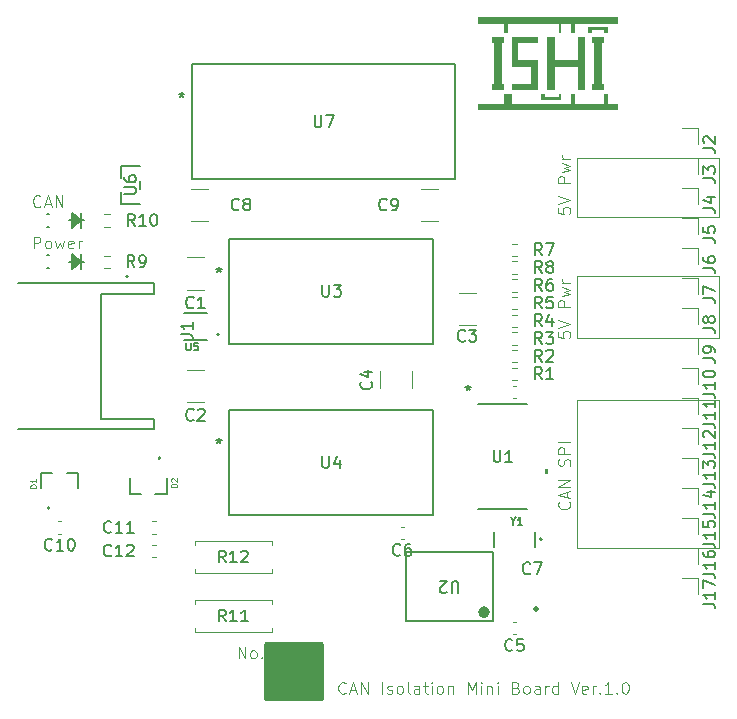
<source format=gto>
%TF.GenerationSoftware,KiCad,Pcbnew,9.0.4*%
%TF.CreationDate,2025-09-15T13:59:10+09:00*%
%TF.ProjectId,CAN_Isolation_mini,43414e5f-4973-46f6-9c61-74696f6e5f6d,Ver.1.0*%
%TF.SameCoordinates,Original*%
%TF.FileFunction,Legend,Top*%
%TF.FilePolarity,Positive*%
%FSLAX46Y46*%
G04 Gerber Fmt 4.6, Leading zero omitted, Abs format (unit mm)*
G04 Created by KiCad (PCBNEW 9.0.4) date 2025-09-15 13:59:10*
%MOMM*%
%LPD*%
G01*
G04 APERTURE LIST*
%ADD10C,0.100000*%
%ADD11C,0.150000*%
%ADD12C,0.120000*%
%ADD13C,0.500000*%
%ADD14C,0.250000*%
%ADD15C,0.000000*%
%ADD16C,0.127000*%
%ADD17C,0.200000*%
%ADD18C,0.152400*%
G04 APERTURE END LIST*
D10*
X136000000Y-90500000D02*
X148000000Y-90500000D01*
X148000000Y-95740000D01*
X136000000Y-95740000D01*
X136000000Y-90500000D01*
X136000000Y-101000000D02*
X148000000Y-101000000D01*
X148000000Y-113500000D01*
X136000000Y-113500000D01*
X136000000Y-101000000D01*
X136000000Y-80500000D02*
X148000000Y-80500000D01*
X148000000Y-85500000D01*
X136000000Y-85500000D01*
X136000000Y-80500000D01*
X135277180Y-109624687D02*
X135324800Y-109672306D01*
X135324800Y-109672306D02*
X135372419Y-109815163D01*
X135372419Y-109815163D02*
X135372419Y-109910401D01*
X135372419Y-109910401D02*
X135324800Y-110053258D01*
X135324800Y-110053258D02*
X135229561Y-110148496D01*
X135229561Y-110148496D02*
X135134323Y-110196115D01*
X135134323Y-110196115D02*
X134943847Y-110243734D01*
X134943847Y-110243734D02*
X134800990Y-110243734D01*
X134800990Y-110243734D02*
X134610514Y-110196115D01*
X134610514Y-110196115D02*
X134515276Y-110148496D01*
X134515276Y-110148496D02*
X134420038Y-110053258D01*
X134420038Y-110053258D02*
X134372419Y-109910401D01*
X134372419Y-109910401D02*
X134372419Y-109815163D01*
X134372419Y-109815163D02*
X134420038Y-109672306D01*
X134420038Y-109672306D02*
X134467657Y-109624687D01*
X135086704Y-109243734D02*
X135086704Y-108767544D01*
X135372419Y-109338972D02*
X134372419Y-109005639D01*
X134372419Y-109005639D02*
X135372419Y-108672306D01*
X135372419Y-108338972D02*
X134372419Y-108338972D01*
X134372419Y-108338972D02*
X135372419Y-107767544D01*
X135372419Y-107767544D02*
X134372419Y-107767544D01*
X135324800Y-106577067D02*
X135372419Y-106434210D01*
X135372419Y-106434210D02*
X135372419Y-106196115D01*
X135372419Y-106196115D02*
X135324800Y-106100877D01*
X135324800Y-106100877D02*
X135277180Y-106053258D01*
X135277180Y-106053258D02*
X135181942Y-106005639D01*
X135181942Y-106005639D02*
X135086704Y-106005639D01*
X135086704Y-106005639D02*
X134991466Y-106053258D01*
X134991466Y-106053258D02*
X134943847Y-106100877D01*
X134943847Y-106100877D02*
X134896228Y-106196115D01*
X134896228Y-106196115D02*
X134848609Y-106386591D01*
X134848609Y-106386591D02*
X134800990Y-106481829D01*
X134800990Y-106481829D02*
X134753371Y-106529448D01*
X134753371Y-106529448D02*
X134658133Y-106577067D01*
X134658133Y-106577067D02*
X134562895Y-106577067D01*
X134562895Y-106577067D02*
X134467657Y-106529448D01*
X134467657Y-106529448D02*
X134420038Y-106481829D01*
X134420038Y-106481829D02*
X134372419Y-106386591D01*
X134372419Y-106386591D02*
X134372419Y-106148496D01*
X134372419Y-106148496D02*
X134420038Y-106005639D01*
X135372419Y-105577067D02*
X134372419Y-105577067D01*
X134372419Y-105577067D02*
X134372419Y-105196115D01*
X134372419Y-105196115D02*
X134420038Y-105100877D01*
X134420038Y-105100877D02*
X134467657Y-105053258D01*
X134467657Y-105053258D02*
X134562895Y-105005639D01*
X134562895Y-105005639D02*
X134705752Y-105005639D01*
X134705752Y-105005639D02*
X134800990Y-105053258D01*
X134800990Y-105053258D02*
X134848609Y-105100877D01*
X134848609Y-105100877D02*
X134896228Y-105196115D01*
X134896228Y-105196115D02*
X134896228Y-105577067D01*
X135372419Y-104577067D02*
X134372419Y-104577067D01*
X107303884Y-122872419D02*
X107303884Y-121872419D01*
X107303884Y-121872419D02*
X107875312Y-122872419D01*
X107875312Y-122872419D02*
X107875312Y-121872419D01*
X108494360Y-122872419D02*
X108399122Y-122824800D01*
X108399122Y-122824800D02*
X108351503Y-122777180D01*
X108351503Y-122777180D02*
X108303884Y-122681942D01*
X108303884Y-122681942D02*
X108303884Y-122396228D01*
X108303884Y-122396228D02*
X108351503Y-122300990D01*
X108351503Y-122300990D02*
X108399122Y-122253371D01*
X108399122Y-122253371D02*
X108494360Y-122205752D01*
X108494360Y-122205752D02*
X108637217Y-122205752D01*
X108637217Y-122205752D02*
X108732455Y-122253371D01*
X108732455Y-122253371D02*
X108780074Y-122300990D01*
X108780074Y-122300990D02*
X108827693Y-122396228D01*
X108827693Y-122396228D02*
X108827693Y-122681942D01*
X108827693Y-122681942D02*
X108780074Y-122777180D01*
X108780074Y-122777180D02*
X108732455Y-122824800D01*
X108732455Y-122824800D02*
X108637217Y-122872419D01*
X108637217Y-122872419D02*
X108494360Y-122872419D01*
X109256265Y-122777180D02*
X109303884Y-122824800D01*
X109303884Y-122824800D02*
X109256265Y-122872419D01*
X109256265Y-122872419D02*
X109208646Y-122824800D01*
X109208646Y-122824800D02*
X109256265Y-122777180D01*
X109256265Y-122777180D02*
X109256265Y-122872419D01*
X116375312Y-125777180D02*
X116327693Y-125824800D01*
X116327693Y-125824800D02*
X116184836Y-125872419D01*
X116184836Y-125872419D02*
X116089598Y-125872419D01*
X116089598Y-125872419D02*
X115946741Y-125824800D01*
X115946741Y-125824800D02*
X115851503Y-125729561D01*
X115851503Y-125729561D02*
X115803884Y-125634323D01*
X115803884Y-125634323D02*
X115756265Y-125443847D01*
X115756265Y-125443847D02*
X115756265Y-125300990D01*
X115756265Y-125300990D02*
X115803884Y-125110514D01*
X115803884Y-125110514D02*
X115851503Y-125015276D01*
X115851503Y-125015276D02*
X115946741Y-124920038D01*
X115946741Y-124920038D02*
X116089598Y-124872419D01*
X116089598Y-124872419D02*
X116184836Y-124872419D01*
X116184836Y-124872419D02*
X116327693Y-124920038D01*
X116327693Y-124920038D02*
X116375312Y-124967657D01*
X116756265Y-125586704D02*
X117232455Y-125586704D01*
X116661027Y-125872419D02*
X116994360Y-124872419D01*
X116994360Y-124872419D02*
X117327693Y-125872419D01*
X117661027Y-125872419D02*
X117661027Y-124872419D01*
X117661027Y-124872419D02*
X118232455Y-125872419D01*
X118232455Y-125872419D02*
X118232455Y-124872419D01*
X119470551Y-125872419D02*
X119470551Y-124872419D01*
X119899122Y-125824800D02*
X119994360Y-125872419D01*
X119994360Y-125872419D02*
X120184836Y-125872419D01*
X120184836Y-125872419D02*
X120280074Y-125824800D01*
X120280074Y-125824800D02*
X120327693Y-125729561D01*
X120327693Y-125729561D02*
X120327693Y-125681942D01*
X120327693Y-125681942D02*
X120280074Y-125586704D01*
X120280074Y-125586704D02*
X120184836Y-125539085D01*
X120184836Y-125539085D02*
X120041979Y-125539085D01*
X120041979Y-125539085D02*
X119946741Y-125491466D01*
X119946741Y-125491466D02*
X119899122Y-125396228D01*
X119899122Y-125396228D02*
X119899122Y-125348609D01*
X119899122Y-125348609D02*
X119946741Y-125253371D01*
X119946741Y-125253371D02*
X120041979Y-125205752D01*
X120041979Y-125205752D02*
X120184836Y-125205752D01*
X120184836Y-125205752D02*
X120280074Y-125253371D01*
X120899122Y-125872419D02*
X120803884Y-125824800D01*
X120803884Y-125824800D02*
X120756265Y-125777180D01*
X120756265Y-125777180D02*
X120708646Y-125681942D01*
X120708646Y-125681942D02*
X120708646Y-125396228D01*
X120708646Y-125396228D02*
X120756265Y-125300990D01*
X120756265Y-125300990D02*
X120803884Y-125253371D01*
X120803884Y-125253371D02*
X120899122Y-125205752D01*
X120899122Y-125205752D02*
X121041979Y-125205752D01*
X121041979Y-125205752D02*
X121137217Y-125253371D01*
X121137217Y-125253371D02*
X121184836Y-125300990D01*
X121184836Y-125300990D02*
X121232455Y-125396228D01*
X121232455Y-125396228D02*
X121232455Y-125681942D01*
X121232455Y-125681942D02*
X121184836Y-125777180D01*
X121184836Y-125777180D02*
X121137217Y-125824800D01*
X121137217Y-125824800D02*
X121041979Y-125872419D01*
X121041979Y-125872419D02*
X120899122Y-125872419D01*
X121803884Y-125872419D02*
X121708646Y-125824800D01*
X121708646Y-125824800D02*
X121661027Y-125729561D01*
X121661027Y-125729561D02*
X121661027Y-124872419D01*
X122613408Y-125872419D02*
X122613408Y-125348609D01*
X122613408Y-125348609D02*
X122565789Y-125253371D01*
X122565789Y-125253371D02*
X122470551Y-125205752D01*
X122470551Y-125205752D02*
X122280075Y-125205752D01*
X122280075Y-125205752D02*
X122184837Y-125253371D01*
X122613408Y-125824800D02*
X122518170Y-125872419D01*
X122518170Y-125872419D02*
X122280075Y-125872419D01*
X122280075Y-125872419D02*
X122184837Y-125824800D01*
X122184837Y-125824800D02*
X122137218Y-125729561D01*
X122137218Y-125729561D02*
X122137218Y-125634323D01*
X122137218Y-125634323D02*
X122184837Y-125539085D01*
X122184837Y-125539085D02*
X122280075Y-125491466D01*
X122280075Y-125491466D02*
X122518170Y-125491466D01*
X122518170Y-125491466D02*
X122613408Y-125443847D01*
X122946742Y-125205752D02*
X123327694Y-125205752D01*
X123089599Y-124872419D02*
X123089599Y-125729561D01*
X123089599Y-125729561D02*
X123137218Y-125824800D01*
X123137218Y-125824800D02*
X123232456Y-125872419D01*
X123232456Y-125872419D02*
X123327694Y-125872419D01*
X123661028Y-125872419D02*
X123661028Y-125205752D01*
X123661028Y-124872419D02*
X123613409Y-124920038D01*
X123613409Y-124920038D02*
X123661028Y-124967657D01*
X123661028Y-124967657D02*
X123708647Y-124920038D01*
X123708647Y-124920038D02*
X123661028Y-124872419D01*
X123661028Y-124872419D02*
X123661028Y-124967657D01*
X124280075Y-125872419D02*
X124184837Y-125824800D01*
X124184837Y-125824800D02*
X124137218Y-125777180D01*
X124137218Y-125777180D02*
X124089599Y-125681942D01*
X124089599Y-125681942D02*
X124089599Y-125396228D01*
X124089599Y-125396228D02*
X124137218Y-125300990D01*
X124137218Y-125300990D02*
X124184837Y-125253371D01*
X124184837Y-125253371D02*
X124280075Y-125205752D01*
X124280075Y-125205752D02*
X124422932Y-125205752D01*
X124422932Y-125205752D02*
X124518170Y-125253371D01*
X124518170Y-125253371D02*
X124565789Y-125300990D01*
X124565789Y-125300990D02*
X124613408Y-125396228D01*
X124613408Y-125396228D02*
X124613408Y-125681942D01*
X124613408Y-125681942D02*
X124565789Y-125777180D01*
X124565789Y-125777180D02*
X124518170Y-125824800D01*
X124518170Y-125824800D02*
X124422932Y-125872419D01*
X124422932Y-125872419D02*
X124280075Y-125872419D01*
X125041980Y-125205752D02*
X125041980Y-125872419D01*
X125041980Y-125300990D02*
X125089599Y-125253371D01*
X125089599Y-125253371D02*
X125184837Y-125205752D01*
X125184837Y-125205752D02*
X125327694Y-125205752D01*
X125327694Y-125205752D02*
X125422932Y-125253371D01*
X125422932Y-125253371D02*
X125470551Y-125348609D01*
X125470551Y-125348609D02*
X125470551Y-125872419D01*
X126708647Y-125872419D02*
X126708647Y-124872419D01*
X126708647Y-124872419D02*
X127041980Y-125586704D01*
X127041980Y-125586704D02*
X127375313Y-124872419D01*
X127375313Y-124872419D02*
X127375313Y-125872419D01*
X127851504Y-125872419D02*
X127851504Y-125205752D01*
X127851504Y-124872419D02*
X127803885Y-124920038D01*
X127803885Y-124920038D02*
X127851504Y-124967657D01*
X127851504Y-124967657D02*
X127899123Y-124920038D01*
X127899123Y-124920038D02*
X127851504Y-124872419D01*
X127851504Y-124872419D02*
X127851504Y-124967657D01*
X128327694Y-125205752D02*
X128327694Y-125872419D01*
X128327694Y-125300990D02*
X128375313Y-125253371D01*
X128375313Y-125253371D02*
X128470551Y-125205752D01*
X128470551Y-125205752D02*
X128613408Y-125205752D01*
X128613408Y-125205752D02*
X128708646Y-125253371D01*
X128708646Y-125253371D02*
X128756265Y-125348609D01*
X128756265Y-125348609D02*
X128756265Y-125872419D01*
X129232456Y-125872419D02*
X129232456Y-125205752D01*
X129232456Y-124872419D02*
X129184837Y-124920038D01*
X129184837Y-124920038D02*
X129232456Y-124967657D01*
X129232456Y-124967657D02*
X129280075Y-124920038D01*
X129280075Y-124920038D02*
X129232456Y-124872419D01*
X129232456Y-124872419D02*
X129232456Y-124967657D01*
X130803884Y-125348609D02*
X130946741Y-125396228D01*
X130946741Y-125396228D02*
X130994360Y-125443847D01*
X130994360Y-125443847D02*
X131041979Y-125539085D01*
X131041979Y-125539085D02*
X131041979Y-125681942D01*
X131041979Y-125681942D02*
X130994360Y-125777180D01*
X130994360Y-125777180D02*
X130946741Y-125824800D01*
X130946741Y-125824800D02*
X130851503Y-125872419D01*
X130851503Y-125872419D02*
X130470551Y-125872419D01*
X130470551Y-125872419D02*
X130470551Y-124872419D01*
X130470551Y-124872419D02*
X130803884Y-124872419D01*
X130803884Y-124872419D02*
X130899122Y-124920038D01*
X130899122Y-124920038D02*
X130946741Y-124967657D01*
X130946741Y-124967657D02*
X130994360Y-125062895D01*
X130994360Y-125062895D02*
X130994360Y-125158133D01*
X130994360Y-125158133D02*
X130946741Y-125253371D01*
X130946741Y-125253371D02*
X130899122Y-125300990D01*
X130899122Y-125300990D02*
X130803884Y-125348609D01*
X130803884Y-125348609D02*
X130470551Y-125348609D01*
X131613408Y-125872419D02*
X131518170Y-125824800D01*
X131518170Y-125824800D02*
X131470551Y-125777180D01*
X131470551Y-125777180D02*
X131422932Y-125681942D01*
X131422932Y-125681942D02*
X131422932Y-125396228D01*
X131422932Y-125396228D02*
X131470551Y-125300990D01*
X131470551Y-125300990D02*
X131518170Y-125253371D01*
X131518170Y-125253371D02*
X131613408Y-125205752D01*
X131613408Y-125205752D02*
X131756265Y-125205752D01*
X131756265Y-125205752D02*
X131851503Y-125253371D01*
X131851503Y-125253371D02*
X131899122Y-125300990D01*
X131899122Y-125300990D02*
X131946741Y-125396228D01*
X131946741Y-125396228D02*
X131946741Y-125681942D01*
X131946741Y-125681942D02*
X131899122Y-125777180D01*
X131899122Y-125777180D02*
X131851503Y-125824800D01*
X131851503Y-125824800D02*
X131756265Y-125872419D01*
X131756265Y-125872419D02*
X131613408Y-125872419D01*
X132803884Y-125872419D02*
X132803884Y-125348609D01*
X132803884Y-125348609D02*
X132756265Y-125253371D01*
X132756265Y-125253371D02*
X132661027Y-125205752D01*
X132661027Y-125205752D02*
X132470551Y-125205752D01*
X132470551Y-125205752D02*
X132375313Y-125253371D01*
X132803884Y-125824800D02*
X132708646Y-125872419D01*
X132708646Y-125872419D02*
X132470551Y-125872419D01*
X132470551Y-125872419D02*
X132375313Y-125824800D01*
X132375313Y-125824800D02*
X132327694Y-125729561D01*
X132327694Y-125729561D02*
X132327694Y-125634323D01*
X132327694Y-125634323D02*
X132375313Y-125539085D01*
X132375313Y-125539085D02*
X132470551Y-125491466D01*
X132470551Y-125491466D02*
X132708646Y-125491466D01*
X132708646Y-125491466D02*
X132803884Y-125443847D01*
X133280075Y-125872419D02*
X133280075Y-125205752D01*
X133280075Y-125396228D02*
X133327694Y-125300990D01*
X133327694Y-125300990D02*
X133375313Y-125253371D01*
X133375313Y-125253371D02*
X133470551Y-125205752D01*
X133470551Y-125205752D02*
X133565789Y-125205752D01*
X134327694Y-125872419D02*
X134327694Y-124872419D01*
X134327694Y-125824800D02*
X134232456Y-125872419D01*
X134232456Y-125872419D02*
X134041980Y-125872419D01*
X134041980Y-125872419D02*
X133946742Y-125824800D01*
X133946742Y-125824800D02*
X133899123Y-125777180D01*
X133899123Y-125777180D02*
X133851504Y-125681942D01*
X133851504Y-125681942D02*
X133851504Y-125396228D01*
X133851504Y-125396228D02*
X133899123Y-125300990D01*
X133899123Y-125300990D02*
X133946742Y-125253371D01*
X133946742Y-125253371D02*
X134041980Y-125205752D01*
X134041980Y-125205752D02*
X134232456Y-125205752D01*
X134232456Y-125205752D02*
X134327694Y-125253371D01*
X135422933Y-124872419D02*
X135756266Y-125872419D01*
X135756266Y-125872419D02*
X136089599Y-124872419D01*
X136803885Y-125824800D02*
X136708647Y-125872419D01*
X136708647Y-125872419D02*
X136518171Y-125872419D01*
X136518171Y-125872419D02*
X136422933Y-125824800D01*
X136422933Y-125824800D02*
X136375314Y-125729561D01*
X136375314Y-125729561D02*
X136375314Y-125348609D01*
X136375314Y-125348609D02*
X136422933Y-125253371D01*
X136422933Y-125253371D02*
X136518171Y-125205752D01*
X136518171Y-125205752D02*
X136708647Y-125205752D01*
X136708647Y-125205752D02*
X136803885Y-125253371D01*
X136803885Y-125253371D02*
X136851504Y-125348609D01*
X136851504Y-125348609D02*
X136851504Y-125443847D01*
X136851504Y-125443847D02*
X136375314Y-125539085D01*
X137280076Y-125872419D02*
X137280076Y-125205752D01*
X137280076Y-125396228D02*
X137327695Y-125300990D01*
X137327695Y-125300990D02*
X137375314Y-125253371D01*
X137375314Y-125253371D02*
X137470552Y-125205752D01*
X137470552Y-125205752D02*
X137565790Y-125205752D01*
X137899124Y-125777180D02*
X137946743Y-125824800D01*
X137946743Y-125824800D02*
X137899124Y-125872419D01*
X137899124Y-125872419D02*
X137851505Y-125824800D01*
X137851505Y-125824800D02*
X137899124Y-125777180D01*
X137899124Y-125777180D02*
X137899124Y-125872419D01*
X138899123Y-125872419D02*
X138327695Y-125872419D01*
X138613409Y-125872419D02*
X138613409Y-124872419D01*
X138613409Y-124872419D02*
X138518171Y-125015276D01*
X138518171Y-125015276D02*
X138422933Y-125110514D01*
X138422933Y-125110514D02*
X138327695Y-125158133D01*
X139327695Y-125777180D02*
X139375314Y-125824800D01*
X139375314Y-125824800D02*
X139327695Y-125872419D01*
X139327695Y-125872419D02*
X139280076Y-125824800D01*
X139280076Y-125824800D02*
X139327695Y-125777180D01*
X139327695Y-125777180D02*
X139327695Y-125872419D01*
X139994361Y-124872419D02*
X140089599Y-124872419D01*
X140089599Y-124872419D02*
X140184837Y-124920038D01*
X140184837Y-124920038D02*
X140232456Y-124967657D01*
X140232456Y-124967657D02*
X140280075Y-125062895D01*
X140280075Y-125062895D02*
X140327694Y-125253371D01*
X140327694Y-125253371D02*
X140327694Y-125491466D01*
X140327694Y-125491466D02*
X140280075Y-125681942D01*
X140280075Y-125681942D02*
X140232456Y-125777180D01*
X140232456Y-125777180D02*
X140184837Y-125824800D01*
X140184837Y-125824800D02*
X140089599Y-125872419D01*
X140089599Y-125872419D02*
X139994361Y-125872419D01*
X139994361Y-125872419D02*
X139899123Y-125824800D01*
X139899123Y-125824800D02*
X139851504Y-125777180D01*
X139851504Y-125777180D02*
X139803885Y-125681942D01*
X139803885Y-125681942D02*
X139756266Y-125491466D01*
X139756266Y-125491466D02*
X139756266Y-125253371D01*
X139756266Y-125253371D02*
X139803885Y-125062895D01*
X139803885Y-125062895D02*
X139851504Y-124967657D01*
X139851504Y-124967657D02*
X139899123Y-124920038D01*
X139899123Y-124920038D02*
X139994361Y-124872419D01*
X134372419Y-95219925D02*
X134372419Y-95696115D01*
X134372419Y-95696115D02*
X134848609Y-95743734D01*
X134848609Y-95743734D02*
X134800990Y-95696115D01*
X134800990Y-95696115D02*
X134753371Y-95600877D01*
X134753371Y-95600877D02*
X134753371Y-95362782D01*
X134753371Y-95362782D02*
X134800990Y-95267544D01*
X134800990Y-95267544D02*
X134848609Y-95219925D01*
X134848609Y-95219925D02*
X134943847Y-95172306D01*
X134943847Y-95172306D02*
X135181942Y-95172306D01*
X135181942Y-95172306D02*
X135277180Y-95219925D01*
X135277180Y-95219925D02*
X135324800Y-95267544D01*
X135324800Y-95267544D02*
X135372419Y-95362782D01*
X135372419Y-95362782D02*
X135372419Y-95600877D01*
X135372419Y-95600877D02*
X135324800Y-95696115D01*
X135324800Y-95696115D02*
X135277180Y-95743734D01*
X134372419Y-94886591D02*
X135372419Y-94553258D01*
X135372419Y-94553258D02*
X134372419Y-94219925D01*
X135372419Y-93124686D02*
X134372419Y-93124686D01*
X134372419Y-93124686D02*
X134372419Y-92743734D01*
X134372419Y-92743734D02*
X134420038Y-92648496D01*
X134420038Y-92648496D02*
X134467657Y-92600877D01*
X134467657Y-92600877D02*
X134562895Y-92553258D01*
X134562895Y-92553258D02*
X134705752Y-92553258D01*
X134705752Y-92553258D02*
X134800990Y-92600877D01*
X134800990Y-92600877D02*
X134848609Y-92648496D01*
X134848609Y-92648496D02*
X134896228Y-92743734D01*
X134896228Y-92743734D02*
X134896228Y-93124686D01*
X134705752Y-92219924D02*
X135372419Y-92029448D01*
X135372419Y-92029448D02*
X134896228Y-91838972D01*
X134896228Y-91838972D02*
X135372419Y-91648496D01*
X135372419Y-91648496D02*
X134705752Y-91458020D01*
X135372419Y-91077067D02*
X134705752Y-91077067D01*
X134896228Y-91077067D02*
X134800990Y-91029448D01*
X134800990Y-91029448D02*
X134753371Y-90981829D01*
X134753371Y-90981829D02*
X134705752Y-90886591D01*
X134705752Y-90886591D02*
X134705752Y-90791353D01*
X90532407Y-84572085D02*
X90484788Y-84619705D01*
X90484788Y-84619705D02*
X90341931Y-84667324D01*
X90341931Y-84667324D02*
X90246693Y-84667324D01*
X90246693Y-84667324D02*
X90103836Y-84619705D01*
X90103836Y-84619705D02*
X90008598Y-84524466D01*
X90008598Y-84524466D02*
X89960979Y-84429228D01*
X89960979Y-84429228D02*
X89913360Y-84238752D01*
X89913360Y-84238752D02*
X89913360Y-84095895D01*
X89913360Y-84095895D02*
X89960979Y-83905419D01*
X89960979Y-83905419D02*
X90008598Y-83810181D01*
X90008598Y-83810181D02*
X90103836Y-83714943D01*
X90103836Y-83714943D02*
X90246693Y-83667324D01*
X90246693Y-83667324D02*
X90341931Y-83667324D01*
X90341931Y-83667324D02*
X90484788Y-83714943D01*
X90484788Y-83714943D02*
X90532407Y-83762562D01*
X90913360Y-84381609D02*
X91389550Y-84381609D01*
X90818122Y-84667324D02*
X91151455Y-83667324D01*
X91151455Y-83667324D02*
X91484788Y-84667324D01*
X91818122Y-84667324D02*
X91818122Y-83667324D01*
X91818122Y-83667324D02*
X92389550Y-84667324D01*
X92389550Y-84667324D02*
X92389550Y-83667324D01*
X89960979Y-88167324D02*
X89960979Y-87167324D01*
X89960979Y-87167324D02*
X90341931Y-87167324D01*
X90341931Y-87167324D02*
X90437169Y-87214943D01*
X90437169Y-87214943D02*
X90484788Y-87262562D01*
X90484788Y-87262562D02*
X90532407Y-87357800D01*
X90532407Y-87357800D02*
X90532407Y-87500657D01*
X90532407Y-87500657D02*
X90484788Y-87595895D01*
X90484788Y-87595895D02*
X90437169Y-87643514D01*
X90437169Y-87643514D02*
X90341931Y-87691133D01*
X90341931Y-87691133D02*
X89960979Y-87691133D01*
X91103836Y-88167324D02*
X91008598Y-88119705D01*
X91008598Y-88119705D02*
X90960979Y-88072085D01*
X90960979Y-88072085D02*
X90913360Y-87976847D01*
X90913360Y-87976847D02*
X90913360Y-87691133D01*
X90913360Y-87691133D02*
X90960979Y-87595895D01*
X90960979Y-87595895D02*
X91008598Y-87548276D01*
X91008598Y-87548276D02*
X91103836Y-87500657D01*
X91103836Y-87500657D02*
X91246693Y-87500657D01*
X91246693Y-87500657D02*
X91341931Y-87548276D01*
X91341931Y-87548276D02*
X91389550Y-87595895D01*
X91389550Y-87595895D02*
X91437169Y-87691133D01*
X91437169Y-87691133D02*
X91437169Y-87976847D01*
X91437169Y-87976847D02*
X91389550Y-88072085D01*
X91389550Y-88072085D02*
X91341931Y-88119705D01*
X91341931Y-88119705D02*
X91246693Y-88167324D01*
X91246693Y-88167324D02*
X91103836Y-88167324D01*
X91770503Y-87500657D02*
X91960979Y-88167324D01*
X91960979Y-88167324D02*
X92151455Y-87691133D01*
X92151455Y-87691133D02*
X92341931Y-88167324D01*
X92341931Y-88167324D02*
X92532407Y-87500657D01*
X93294312Y-88119705D02*
X93199074Y-88167324D01*
X93199074Y-88167324D02*
X93008598Y-88167324D01*
X93008598Y-88167324D02*
X92913360Y-88119705D01*
X92913360Y-88119705D02*
X92865741Y-88024466D01*
X92865741Y-88024466D02*
X92865741Y-87643514D01*
X92865741Y-87643514D02*
X92913360Y-87548276D01*
X92913360Y-87548276D02*
X93008598Y-87500657D01*
X93008598Y-87500657D02*
X93199074Y-87500657D01*
X93199074Y-87500657D02*
X93294312Y-87548276D01*
X93294312Y-87548276D02*
X93341931Y-87643514D01*
X93341931Y-87643514D02*
X93341931Y-87738752D01*
X93341931Y-87738752D02*
X92865741Y-87833990D01*
X93770503Y-88167324D02*
X93770503Y-87500657D01*
X93770503Y-87691133D02*
X93818122Y-87595895D01*
X93818122Y-87595895D02*
X93865741Y-87548276D01*
X93865741Y-87548276D02*
X93960979Y-87500657D01*
X93960979Y-87500657D02*
X94056217Y-87500657D01*
X134372419Y-84719925D02*
X134372419Y-85196115D01*
X134372419Y-85196115D02*
X134848609Y-85243734D01*
X134848609Y-85243734D02*
X134800990Y-85196115D01*
X134800990Y-85196115D02*
X134753371Y-85100877D01*
X134753371Y-85100877D02*
X134753371Y-84862782D01*
X134753371Y-84862782D02*
X134800990Y-84767544D01*
X134800990Y-84767544D02*
X134848609Y-84719925D01*
X134848609Y-84719925D02*
X134943847Y-84672306D01*
X134943847Y-84672306D02*
X135181942Y-84672306D01*
X135181942Y-84672306D02*
X135277180Y-84719925D01*
X135277180Y-84719925D02*
X135324800Y-84767544D01*
X135324800Y-84767544D02*
X135372419Y-84862782D01*
X135372419Y-84862782D02*
X135372419Y-85100877D01*
X135372419Y-85100877D02*
X135324800Y-85196115D01*
X135324800Y-85196115D02*
X135277180Y-85243734D01*
X134372419Y-84386591D02*
X135372419Y-84053258D01*
X135372419Y-84053258D02*
X134372419Y-83719925D01*
X135372419Y-82624686D02*
X134372419Y-82624686D01*
X134372419Y-82624686D02*
X134372419Y-82243734D01*
X134372419Y-82243734D02*
X134420038Y-82148496D01*
X134420038Y-82148496D02*
X134467657Y-82100877D01*
X134467657Y-82100877D02*
X134562895Y-82053258D01*
X134562895Y-82053258D02*
X134705752Y-82053258D01*
X134705752Y-82053258D02*
X134800990Y-82100877D01*
X134800990Y-82100877D02*
X134848609Y-82148496D01*
X134848609Y-82148496D02*
X134896228Y-82243734D01*
X134896228Y-82243734D02*
X134896228Y-82624686D01*
X134705752Y-81719924D02*
X135372419Y-81529448D01*
X135372419Y-81529448D02*
X134896228Y-81338972D01*
X134896228Y-81338972D02*
X135372419Y-81148496D01*
X135372419Y-81148496D02*
X134705752Y-80958020D01*
X135372419Y-80577067D02*
X134705752Y-80577067D01*
X134896228Y-80577067D02*
X134800990Y-80529448D01*
X134800990Y-80529448D02*
X134753371Y-80481829D01*
X134753371Y-80481829D02*
X134705752Y-80386591D01*
X134705752Y-80386591D02*
X134705752Y-80291353D01*
D11*
X131990428Y-115654485D02*
X131942809Y-115702105D01*
X131942809Y-115702105D02*
X131799952Y-115749724D01*
X131799952Y-115749724D02*
X131704714Y-115749724D01*
X131704714Y-115749724D02*
X131561857Y-115702105D01*
X131561857Y-115702105D02*
X131466619Y-115606866D01*
X131466619Y-115606866D02*
X131419000Y-115511628D01*
X131419000Y-115511628D02*
X131371381Y-115321152D01*
X131371381Y-115321152D02*
X131371381Y-115178295D01*
X131371381Y-115178295D02*
X131419000Y-114987819D01*
X131419000Y-114987819D02*
X131466619Y-114892581D01*
X131466619Y-114892581D02*
X131561857Y-114797343D01*
X131561857Y-114797343D02*
X131704714Y-114749724D01*
X131704714Y-114749724D02*
X131799952Y-114749724D01*
X131799952Y-114749724D02*
X131942809Y-114797343D01*
X131942809Y-114797343D02*
X131990428Y-114844962D01*
X132323762Y-114749724D02*
X132990428Y-114749724D01*
X132990428Y-114749724D02*
X132561857Y-115749724D01*
X98490428Y-89749724D02*
X98157095Y-89273533D01*
X97919000Y-89749724D02*
X97919000Y-88749724D01*
X97919000Y-88749724D02*
X98299952Y-88749724D01*
X98299952Y-88749724D02*
X98395190Y-88797343D01*
X98395190Y-88797343D02*
X98442809Y-88844962D01*
X98442809Y-88844962D02*
X98490428Y-88940200D01*
X98490428Y-88940200D02*
X98490428Y-89083057D01*
X98490428Y-89083057D02*
X98442809Y-89178295D01*
X98442809Y-89178295D02*
X98395190Y-89225914D01*
X98395190Y-89225914D02*
X98299952Y-89273533D01*
X98299952Y-89273533D02*
X97919000Y-89273533D01*
X98966619Y-89749724D02*
X99157095Y-89749724D01*
X99157095Y-89749724D02*
X99252333Y-89702105D01*
X99252333Y-89702105D02*
X99299952Y-89654485D01*
X99299952Y-89654485D02*
X99395190Y-89511628D01*
X99395190Y-89511628D02*
X99442809Y-89321152D01*
X99442809Y-89321152D02*
X99442809Y-88940200D01*
X99442809Y-88940200D02*
X99395190Y-88844962D01*
X99395190Y-88844962D02*
X99347571Y-88797343D01*
X99347571Y-88797343D02*
X99252333Y-88749724D01*
X99252333Y-88749724D02*
X99061857Y-88749724D01*
X99061857Y-88749724D02*
X98966619Y-88797343D01*
X98966619Y-88797343D02*
X98919000Y-88844962D01*
X98919000Y-88844962D02*
X98871381Y-88940200D01*
X98871381Y-88940200D02*
X98871381Y-89178295D01*
X98871381Y-89178295D02*
X98919000Y-89273533D01*
X98919000Y-89273533D02*
X98966619Y-89321152D01*
X98966619Y-89321152D02*
X99061857Y-89368771D01*
X99061857Y-89368771D02*
X99252333Y-89368771D01*
X99252333Y-89368771D02*
X99347571Y-89321152D01*
X99347571Y-89321152D02*
X99395190Y-89273533D01*
X99395190Y-89273533D02*
X99442809Y-89178295D01*
X125918999Y-117340085D02*
X125918999Y-116530562D01*
X125918999Y-116530562D02*
X125871380Y-116435324D01*
X125871380Y-116435324D02*
X125823761Y-116387705D01*
X125823761Y-116387705D02*
X125728523Y-116340085D01*
X125728523Y-116340085D02*
X125538047Y-116340085D01*
X125538047Y-116340085D02*
X125442809Y-116387705D01*
X125442809Y-116387705D02*
X125395190Y-116435324D01*
X125395190Y-116435324D02*
X125347571Y-116530562D01*
X125347571Y-116530562D02*
X125347571Y-117340085D01*
X124918999Y-117244847D02*
X124871380Y-117292466D01*
X124871380Y-117292466D02*
X124776142Y-117340085D01*
X124776142Y-117340085D02*
X124538047Y-117340085D01*
X124538047Y-117340085D02*
X124442809Y-117292466D01*
X124442809Y-117292466D02*
X124395190Y-117244847D01*
X124395190Y-117244847D02*
X124347571Y-117149609D01*
X124347571Y-117149609D02*
X124347571Y-117054371D01*
X124347571Y-117054371D02*
X124395190Y-116911514D01*
X124395190Y-116911514D02*
X124966618Y-116340085D01*
X124966618Y-116340085D02*
X124347571Y-116340085D01*
X146644819Y-89833333D02*
X147359104Y-89833333D01*
X147359104Y-89833333D02*
X147501961Y-89880952D01*
X147501961Y-89880952D02*
X147597200Y-89976190D01*
X147597200Y-89976190D02*
X147644819Y-90119047D01*
X147644819Y-90119047D02*
X147644819Y-90214285D01*
X146644819Y-88928571D02*
X146644819Y-89119047D01*
X146644819Y-89119047D02*
X146692438Y-89214285D01*
X146692438Y-89214285D02*
X146740057Y-89261904D01*
X146740057Y-89261904D02*
X146882914Y-89357142D01*
X146882914Y-89357142D02*
X147073390Y-89404761D01*
X147073390Y-89404761D02*
X147454342Y-89404761D01*
X147454342Y-89404761D02*
X147549580Y-89357142D01*
X147549580Y-89357142D02*
X147597200Y-89309523D01*
X147597200Y-89309523D02*
X147644819Y-89214285D01*
X147644819Y-89214285D02*
X147644819Y-89023809D01*
X147644819Y-89023809D02*
X147597200Y-88928571D01*
X147597200Y-88928571D02*
X147549580Y-88880952D01*
X147549580Y-88880952D02*
X147454342Y-88833333D01*
X147454342Y-88833333D02*
X147216247Y-88833333D01*
X147216247Y-88833333D02*
X147121009Y-88880952D01*
X147121009Y-88880952D02*
X147073390Y-88928571D01*
X147073390Y-88928571D02*
X147025771Y-89023809D01*
X147025771Y-89023809D02*
X147025771Y-89214285D01*
X147025771Y-89214285D02*
X147073390Y-89309523D01*
X147073390Y-89309523D02*
X147121009Y-89357142D01*
X147121009Y-89357142D02*
X147216247Y-89404761D01*
X146644819Y-82213333D02*
X147359104Y-82213333D01*
X147359104Y-82213333D02*
X147501961Y-82260952D01*
X147501961Y-82260952D02*
X147597200Y-82356190D01*
X147597200Y-82356190D02*
X147644819Y-82499047D01*
X147644819Y-82499047D02*
X147644819Y-82594285D01*
X146644819Y-81832380D02*
X146644819Y-81213333D01*
X146644819Y-81213333D02*
X147025771Y-81546666D01*
X147025771Y-81546666D02*
X147025771Y-81403809D01*
X147025771Y-81403809D02*
X147073390Y-81308571D01*
X147073390Y-81308571D02*
X147121009Y-81260952D01*
X147121009Y-81260952D02*
X147216247Y-81213333D01*
X147216247Y-81213333D02*
X147454342Y-81213333D01*
X147454342Y-81213333D02*
X147549580Y-81260952D01*
X147549580Y-81260952D02*
X147597200Y-81308571D01*
X147597200Y-81308571D02*
X147644819Y-81403809D01*
X147644819Y-81403809D02*
X147644819Y-81689523D01*
X147644819Y-81689523D02*
X147597200Y-81784761D01*
X147597200Y-81784761D02*
X147549580Y-81832380D01*
X102406914Y-95433238D02*
X103121199Y-95433238D01*
X103121199Y-95433238D02*
X103264056Y-95480857D01*
X103264056Y-95480857D02*
X103359295Y-95576095D01*
X103359295Y-95576095D02*
X103406914Y-95718952D01*
X103406914Y-95718952D02*
X103406914Y-95814190D01*
X103406914Y-94433238D02*
X103406914Y-95004666D01*
X103406914Y-94718952D02*
X102406914Y-94718952D01*
X102406914Y-94718952D02*
X102549771Y-94814190D01*
X102549771Y-94814190D02*
X102645009Y-94909428D01*
X102645009Y-94909428D02*
X102692628Y-95004666D01*
X91514237Y-113654485D02*
X91466618Y-113702105D01*
X91466618Y-113702105D02*
X91323761Y-113749724D01*
X91323761Y-113749724D02*
X91228523Y-113749724D01*
X91228523Y-113749724D02*
X91085666Y-113702105D01*
X91085666Y-113702105D02*
X90990428Y-113606866D01*
X90990428Y-113606866D02*
X90942809Y-113511628D01*
X90942809Y-113511628D02*
X90895190Y-113321152D01*
X90895190Y-113321152D02*
X90895190Y-113178295D01*
X90895190Y-113178295D02*
X90942809Y-112987819D01*
X90942809Y-112987819D02*
X90990428Y-112892581D01*
X90990428Y-112892581D02*
X91085666Y-112797343D01*
X91085666Y-112797343D02*
X91228523Y-112749724D01*
X91228523Y-112749724D02*
X91323761Y-112749724D01*
X91323761Y-112749724D02*
X91466618Y-112797343D01*
X91466618Y-112797343D02*
X91514237Y-112844962D01*
X92466618Y-113749724D02*
X91895190Y-113749724D01*
X92180904Y-113749724D02*
X92180904Y-112749724D01*
X92180904Y-112749724D02*
X92085666Y-112892581D01*
X92085666Y-112892581D02*
X91990428Y-112987819D01*
X91990428Y-112987819D02*
X91895190Y-113035438D01*
X93085666Y-112749724D02*
X93180904Y-112749724D01*
X93180904Y-112749724D02*
X93276142Y-112797343D01*
X93276142Y-112797343D02*
X93323761Y-112844962D01*
X93323761Y-112844962D02*
X93371380Y-112940200D01*
X93371380Y-112940200D02*
X93418999Y-113130676D01*
X93418999Y-113130676D02*
X93418999Y-113368771D01*
X93418999Y-113368771D02*
X93371380Y-113559247D01*
X93371380Y-113559247D02*
X93323761Y-113654485D01*
X93323761Y-113654485D02*
X93276142Y-113702105D01*
X93276142Y-113702105D02*
X93180904Y-113749724D01*
X93180904Y-113749724D02*
X93085666Y-113749724D01*
X93085666Y-113749724D02*
X92990428Y-113702105D01*
X92990428Y-113702105D02*
X92942809Y-113654485D01*
X92942809Y-113654485D02*
X92895190Y-113559247D01*
X92895190Y-113559247D02*
X92847571Y-113368771D01*
X92847571Y-113368771D02*
X92847571Y-113130676D01*
X92847571Y-113130676D02*
X92895190Y-112940200D01*
X92895190Y-112940200D02*
X92942809Y-112844962D01*
X92942809Y-112844962D02*
X92990428Y-112797343D01*
X92990428Y-112797343D02*
X93085666Y-112749724D01*
X146644819Y-94913333D02*
X147359104Y-94913333D01*
X147359104Y-94913333D02*
X147501961Y-94960952D01*
X147501961Y-94960952D02*
X147597200Y-95056190D01*
X147597200Y-95056190D02*
X147644819Y-95199047D01*
X147644819Y-95199047D02*
X147644819Y-95294285D01*
X147073390Y-94294285D02*
X147025771Y-94389523D01*
X147025771Y-94389523D02*
X146978152Y-94437142D01*
X146978152Y-94437142D02*
X146882914Y-94484761D01*
X146882914Y-94484761D02*
X146835295Y-94484761D01*
X146835295Y-94484761D02*
X146740057Y-94437142D01*
X146740057Y-94437142D02*
X146692438Y-94389523D01*
X146692438Y-94389523D02*
X146644819Y-94294285D01*
X146644819Y-94294285D02*
X146644819Y-94103809D01*
X146644819Y-94103809D02*
X146692438Y-94008571D01*
X146692438Y-94008571D02*
X146740057Y-93960952D01*
X146740057Y-93960952D02*
X146835295Y-93913333D01*
X146835295Y-93913333D02*
X146882914Y-93913333D01*
X146882914Y-93913333D02*
X146978152Y-93960952D01*
X146978152Y-93960952D02*
X147025771Y-94008571D01*
X147025771Y-94008571D02*
X147073390Y-94103809D01*
X147073390Y-94103809D02*
X147073390Y-94294285D01*
X147073390Y-94294285D02*
X147121009Y-94389523D01*
X147121009Y-94389523D02*
X147168628Y-94437142D01*
X147168628Y-94437142D02*
X147263866Y-94484761D01*
X147263866Y-94484761D02*
X147454342Y-94484761D01*
X147454342Y-94484761D02*
X147549580Y-94437142D01*
X147549580Y-94437142D02*
X147597200Y-94389523D01*
X147597200Y-94389523D02*
X147644819Y-94294285D01*
X147644819Y-94294285D02*
X147644819Y-94103809D01*
X147644819Y-94103809D02*
X147597200Y-94008571D01*
X147597200Y-94008571D02*
X147549580Y-93960952D01*
X147549580Y-93960952D02*
X147454342Y-93913333D01*
X147454342Y-93913333D02*
X147263866Y-93913333D01*
X147263866Y-93913333D02*
X147168628Y-93960952D01*
X147168628Y-93960952D02*
X147121009Y-94008571D01*
X147121009Y-94008571D02*
X147073390Y-94103809D01*
X146644819Y-103009523D02*
X147359104Y-103009523D01*
X147359104Y-103009523D02*
X147501961Y-103057142D01*
X147501961Y-103057142D02*
X147597200Y-103152380D01*
X147597200Y-103152380D02*
X147644819Y-103295237D01*
X147644819Y-103295237D02*
X147644819Y-103390475D01*
X147644819Y-102009523D02*
X147644819Y-102580951D01*
X147644819Y-102295237D02*
X146644819Y-102295237D01*
X146644819Y-102295237D02*
X146787676Y-102390475D01*
X146787676Y-102390475D02*
X146882914Y-102485713D01*
X146882914Y-102485713D02*
X146930533Y-102580951D01*
X147644819Y-101057142D02*
X147644819Y-101628570D01*
X147644819Y-101342856D02*
X146644819Y-101342856D01*
X146644819Y-101342856D02*
X146787676Y-101438094D01*
X146787676Y-101438094D02*
X146882914Y-101533332D01*
X146882914Y-101533332D02*
X146930533Y-101628570D01*
X146644819Y-118249523D02*
X147359104Y-118249523D01*
X147359104Y-118249523D02*
X147501961Y-118297142D01*
X147501961Y-118297142D02*
X147597200Y-118392380D01*
X147597200Y-118392380D02*
X147644819Y-118535237D01*
X147644819Y-118535237D02*
X147644819Y-118630475D01*
X147644819Y-117249523D02*
X147644819Y-117820951D01*
X147644819Y-117535237D02*
X146644819Y-117535237D01*
X146644819Y-117535237D02*
X146787676Y-117630475D01*
X146787676Y-117630475D02*
X146882914Y-117725713D01*
X146882914Y-117725713D02*
X146930533Y-117820951D01*
X146644819Y-116916189D02*
X146644819Y-116249523D01*
X146644819Y-116249523D02*
X147644819Y-116678094D01*
X102877475Y-96156581D02*
X102877475Y-96674676D01*
X102877475Y-96674676D02*
X102907952Y-96735628D01*
X102907952Y-96735628D02*
X102938428Y-96766105D01*
X102938428Y-96766105D02*
X102999380Y-96796581D01*
X102999380Y-96796581D02*
X103121285Y-96796581D01*
X103121285Y-96796581D02*
X103182237Y-96766105D01*
X103182237Y-96766105D02*
X103212714Y-96735628D01*
X103212714Y-96735628D02*
X103243190Y-96674676D01*
X103243190Y-96674676D02*
X103243190Y-96156581D01*
X103852713Y-96156581D02*
X103547951Y-96156581D01*
X103547951Y-96156581D02*
X103517475Y-96461343D01*
X103517475Y-96461343D02*
X103547951Y-96430866D01*
X103547951Y-96430866D02*
X103608904Y-96400390D01*
X103608904Y-96400390D02*
X103761285Y-96400390D01*
X103761285Y-96400390D02*
X103822237Y-96430866D01*
X103822237Y-96430866D02*
X103852713Y-96461343D01*
X103852713Y-96461343D02*
X103883190Y-96522295D01*
X103883190Y-96522295D02*
X103883190Y-96674676D01*
X103883190Y-96674676D02*
X103852713Y-96735628D01*
X103852713Y-96735628D02*
X103822237Y-96766105D01*
X103822237Y-96766105D02*
X103761285Y-96796581D01*
X103761285Y-96796581D02*
X103608904Y-96796581D01*
X103608904Y-96796581D02*
X103547951Y-96766105D01*
X103547951Y-96766105D02*
X103517475Y-96735628D01*
X146644819Y-113169523D02*
X147359104Y-113169523D01*
X147359104Y-113169523D02*
X147501961Y-113217142D01*
X147501961Y-113217142D02*
X147597200Y-113312380D01*
X147597200Y-113312380D02*
X147644819Y-113455237D01*
X147644819Y-113455237D02*
X147644819Y-113550475D01*
X147644819Y-112169523D02*
X147644819Y-112740951D01*
X147644819Y-112455237D02*
X146644819Y-112455237D01*
X146644819Y-112455237D02*
X146787676Y-112550475D01*
X146787676Y-112550475D02*
X146882914Y-112645713D01*
X146882914Y-112645713D02*
X146930533Y-112740951D01*
X146644819Y-111264761D02*
X146644819Y-111740951D01*
X146644819Y-111740951D02*
X147121009Y-111788570D01*
X147121009Y-111788570D02*
X147073390Y-111740951D01*
X147073390Y-111740951D02*
X147025771Y-111645713D01*
X147025771Y-111645713D02*
X147025771Y-111407618D01*
X147025771Y-111407618D02*
X147073390Y-111312380D01*
X147073390Y-111312380D02*
X147121009Y-111264761D01*
X147121009Y-111264761D02*
X147216247Y-111217142D01*
X147216247Y-111217142D02*
X147454342Y-111217142D01*
X147454342Y-111217142D02*
X147549580Y-111264761D01*
X147549580Y-111264761D02*
X147597200Y-111312380D01*
X147597200Y-111312380D02*
X147644819Y-111407618D01*
X147644819Y-111407618D02*
X147644819Y-111645713D01*
X147644819Y-111645713D02*
X147597200Y-111740951D01*
X147597200Y-111740951D02*
X147549580Y-111788570D01*
X146644819Y-108089523D02*
X147359104Y-108089523D01*
X147359104Y-108089523D02*
X147501961Y-108137142D01*
X147501961Y-108137142D02*
X147597200Y-108232380D01*
X147597200Y-108232380D02*
X147644819Y-108375237D01*
X147644819Y-108375237D02*
X147644819Y-108470475D01*
X147644819Y-107089523D02*
X147644819Y-107660951D01*
X147644819Y-107375237D02*
X146644819Y-107375237D01*
X146644819Y-107375237D02*
X146787676Y-107470475D01*
X146787676Y-107470475D02*
X146882914Y-107565713D01*
X146882914Y-107565713D02*
X146930533Y-107660951D01*
X146644819Y-106756189D02*
X146644819Y-106137142D01*
X146644819Y-106137142D02*
X147025771Y-106470475D01*
X147025771Y-106470475D02*
X147025771Y-106327618D01*
X147025771Y-106327618D02*
X147073390Y-106232380D01*
X147073390Y-106232380D02*
X147121009Y-106184761D01*
X147121009Y-106184761D02*
X147216247Y-106137142D01*
X147216247Y-106137142D02*
X147454342Y-106137142D01*
X147454342Y-106137142D02*
X147549580Y-106184761D01*
X147549580Y-106184761D02*
X147597200Y-106232380D01*
X147597200Y-106232380D02*
X147644819Y-106327618D01*
X147644819Y-106327618D02*
X147644819Y-106613332D01*
X147644819Y-106613332D02*
X147597200Y-106708570D01*
X147597200Y-106708570D02*
X147549580Y-106756189D01*
X103490428Y-102654485D02*
X103442809Y-102702105D01*
X103442809Y-102702105D02*
X103299952Y-102749724D01*
X103299952Y-102749724D02*
X103204714Y-102749724D01*
X103204714Y-102749724D02*
X103061857Y-102702105D01*
X103061857Y-102702105D02*
X102966619Y-102606866D01*
X102966619Y-102606866D02*
X102919000Y-102511628D01*
X102919000Y-102511628D02*
X102871381Y-102321152D01*
X102871381Y-102321152D02*
X102871381Y-102178295D01*
X102871381Y-102178295D02*
X102919000Y-101987819D01*
X102919000Y-101987819D02*
X102966619Y-101892581D01*
X102966619Y-101892581D02*
X103061857Y-101797343D01*
X103061857Y-101797343D02*
X103204714Y-101749724D01*
X103204714Y-101749724D02*
X103299952Y-101749724D01*
X103299952Y-101749724D02*
X103442809Y-101797343D01*
X103442809Y-101797343D02*
X103490428Y-101844962D01*
X103871381Y-101844962D02*
X103919000Y-101797343D01*
X103919000Y-101797343D02*
X104014238Y-101749724D01*
X104014238Y-101749724D02*
X104252333Y-101749724D01*
X104252333Y-101749724D02*
X104347571Y-101797343D01*
X104347571Y-101797343D02*
X104395190Y-101844962D01*
X104395190Y-101844962D02*
X104442809Y-101940200D01*
X104442809Y-101940200D02*
X104442809Y-102035438D01*
X104442809Y-102035438D02*
X104395190Y-102178295D01*
X104395190Y-102178295D02*
X103823762Y-102749724D01*
X103823762Y-102749724D02*
X104442809Y-102749724D01*
X106204237Y-114749724D02*
X105870904Y-114273533D01*
X105632809Y-114749724D02*
X105632809Y-113749724D01*
X105632809Y-113749724D02*
X106013761Y-113749724D01*
X106013761Y-113749724D02*
X106108999Y-113797343D01*
X106108999Y-113797343D02*
X106156618Y-113844962D01*
X106156618Y-113844962D02*
X106204237Y-113940200D01*
X106204237Y-113940200D02*
X106204237Y-114083057D01*
X106204237Y-114083057D02*
X106156618Y-114178295D01*
X106156618Y-114178295D02*
X106108999Y-114225914D01*
X106108999Y-114225914D02*
X106013761Y-114273533D01*
X106013761Y-114273533D02*
X105632809Y-114273533D01*
X107156618Y-114749724D02*
X106585190Y-114749724D01*
X106870904Y-114749724D02*
X106870904Y-113749724D01*
X106870904Y-113749724D02*
X106775666Y-113892581D01*
X106775666Y-113892581D02*
X106680428Y-113987819D01*
X106680428Y-113987819D02*
X106585190Y-114035438D01*
X107537571Y-113844962D02*
X107585190Y-113797343D01*
X107585190Y-113797343D02*
X107680428Y-113749724D01*
X107680428Y-113749724D02*
X107918523Y-113749724D01*
X107918523Y-113749724D02*
X108013761Y-113797343D01*
X108013761Y-113797343D02*
X108061380Y-113844962D01*
X108061380Y-113844962D02*
X108108999Y-113940200D01*
X108108999Y-113940200D02*
X108108999Y-114035438D01*
X108108999Y-114035438D02*
X108061380Y-114178295D01*
X108061380Y-114178295D02*
X107489952Y-114749724D01*
X107489952Y-114749724D02*
X108108999Y-114749724D01*
X130490428Y-122154485D02*
X130442809Y-122202105D01*
X130442809Y-122202105D02*
X130299952Y-122249724D01*
X130299952Y-122249724D02*
X130204714Y-122249724D01*
X130204714Y-122249724D02*
X130061857Y-122202105D01*
X130061857Y-122202105D02*
X129966619Y-122106866D01*
X129966619Y-122106866D02*
X129919000Y-122011628D01*
X129919000Y-122011628D02*
X129871381Y-121821152D01*
X129871381Y-121821152D02*
X129871381Y-121678295D01*
X129871381Y-121678295D02*
X129919000Y-121487819D01*
X129919000Y-121487819D02*
X129966619Y-121392581D01*
X129966619Y-121392581D02*
X130061857Y-121297343D01*
X130061857Y-121297343D02*
X130204714Y-121249724D01*
X130204714Y-121249724D02*
X130299952Y-121249724D01*
X130299952Y-121249724D02*
X130442809Y-121297343D01*
X130442809Y-121297343D02*
X130490428Y-121344962D01*
X131395190Y-121249724D02*
X130919000Y-121249724D01*
X130919000Y-121249724D02*
X130871381Y-121725914D01*
X130871381Y-121725914D02*
X130919000Y-121678295D01*
X130919000Y-121678295D02*
X131014238Y-121630676D01*
X131014238Y-121630676D02*
X131252333Y-121630676D01*
X131252333Y-121630676D02*
X131347571Y-121678295D01*
X131347571Y-121678295D02*
X131395190Y-121725914D01*
X131395190Y-121725914D02*
X131442809Y-121821152D01*
X131442809Y-121821152D02*
X131442809Y-122059247D01*
X131442809Y-122059247D02*
X131395190Y-122154485D01*
X131395190Y-122154485D02*
X131347571Y-122202105D01*
X131347571Y-122202105D02*
X131252333Y-122249724D01*
X131252333Y-122249724D02*
X131014238Y-122249724D01*
X131014238Y-122249724D02*
X130919000Y-122202105D01*
X130919000Y-122202105D02*
X130871381Y-122154485D01*
X97611914Y-83556809D02*
X98421437Y-83556809D01*
X98421437Y-83556809D02*
X98516675Y-83509190D01*
X98516675Y-83509190D02*
X98564295Y-83461571D01*
X98564295Y-83461571D02*
X98611914Y-83366333D01*
X98611914Y-83366333D02*
X98611914Y-83175857D01*
X98611914Y-83175857D02*
X98564295Y-83080619D01*
X98564295Y-83080619D02*
X98516675Y-83033000D01*
X98516675Y-83033000D02*
X98421437Y-82985381D01*
X98421437Y-82985381D02*
X97611914Y-82985381D01*
X97611914Y-82080619D02*
X97611914Y-82271095D01*
X97611914Y-82271095D02*
X97659533Y-82366333D01*
X97659533Y-82366333D02*
X97707152Y-82413952D01*
X97707152Y-82413952D02*
X97850009Y-82509190D01*
X97850009Y-82509190D02*
X98040485Y-82556809D01*
X98040485Y-82556809D02*
X98421437Y-82556809D01*
X98421437Y-82556809D02*
X98516675Y-82509190D01*
X98516675Y-82509190D02*
X98564295Y-82461571D01*
X98564295Y-82461571D02*
X98611914Y-82366333D01*
X98611914Y-82366333D02*
X98611914Y-82175857D01*
X98611914Y-82175857D02*
X98564295Y-82080619D01*
X98564295Y-82080619D02*
X98516675Y-82033000D01*
X98516675Y-82033000D02*
X98421437Y-81985381D01*
X98421437Y-81985381D02*
X98183342Y-81985381D01*
X98183342Y-81985381D02*
X98088104Y-82033000D01*
X98088104Y-82033000D02*
X98040485Y-82080619D01*
X98040485Y-82080619D02*
X97992866Y-82175857D01*
X97992866Y-82175857D02*
X97992866Y-82366333D01*
X97992866Y-82366333D02*
X98040485Y-82461571D01*
X98040485Y-82461571D02*
X98088104Y-82509190D01*
X98088104Y-82509190D02*
X98183342Y-82556809D01*
X146644819Y-115709523D02*
X147359104Y-115709523D01*
X147359104Y-115709523D02*
X147501961Y-115757142D01*
X147501961Y-115757142D02*
X147597200Y-115852380D01*
X147597200Y-115852380D02*
X147644819Y-115995237D01*
X147644819Y-115995237D02*
X147644819Y-116090475D01*
X147644819Y-114709523D02*
X147644819Y-115280951D01*
X147644819Y-114995237D02*
X146644819Y-114995237D01*
X146644819Y-114995237D02*
X146787676Y-115090475D01*
X146787676Y-115090475D02*
X146882914Y-115185713D01*
X146882914Y-115185713D02*
X146930533Y-115280951D01*
X146644819Y-113852380D02*
X146644819Y-114042856D01*
X146644819Y-114042856D02*
X146692438Y-114138094D01*
X146692438Y-114138094D02*
X146740057Y-114185713D01*
X146740057Y-114185713D02*
X146882914Y-114280951D01*
X146882914Y-114280951D02*
X147073390Y-114328570D01*
X147073390Y-114328570D02*
X147454342Y-114328570D01*
X147454342Y-114328570D02*
X147549580Y-114280951D01*
X147549580Y-114280951D02*
X147597200Y-114233332D01*
X147597200Y-114233332D02*
X147644819Y-114138094D01*
X147644819Y-114138094D02*
X147644819Y-113947618D01*
X147644819Y-113947618D02*
X147597200Y-113852380D01*
X147597200Y-113852380D02*
X147549580Y-113804761D01*
X147549580Y-113804761D02*
X147454342Y-113757142D01*
X147454342Y-113757142D02*
X147216247Y-113757142D01*
X147216247Y-113757142D02*
X147121009Y-113804761D01*
X147121009Y-113804761D02*
X147073390Y-113852380D01*
X147073390Y-113852380D02*
X147025771Y-113947618D01*
X147025771Y-113947618D02*
X147025771Y-114138094D01*
X147025771Y-114138094D02*
X147073390Y-114233332D01*
X147073390Y-114233332D02*
X147121009Y-114280951D01*
X147121009Y-114280951D02*
X147216247Y-114328570D01*
X146644819Y-92373333D02*
X147359104Y-92373333D01*
X147359104Y-92373333D02*
X147501961Y-92420952D01*
X147501961Y-92420952D02*
X147597200Y-92516190D01*
X147597200Y-92516190D02*
X147644819Y-92659047D01*
X147644819Y-92659047D02*
X147644819Y-92754285D01*
X146644819Y-91992380D02*
X146644819Y-91325714D01*
X146644819Y-91325714D02*
X147644819Y-91754285D01*
X96514237Y-112154485D02*
X96466618Y-112202105D01*
X96466618Y-112202105D02*
X96323761Y-112249724D01*
X96323761Y-112249724D02*
X96228523Y-112249724D01*
X96228523Y-112249724D02*
X96085666Y-112202105D01*
X96085666Y-112202105D02*
X95990428Y-112106866D01*
X95990428Y-112106866D02*
X95942809Y-112011628D01*
X95942809Y-112011628D02*
X95895190Y-111821152D01*
X95895190Y-111821152D02*
X95895190Y-111678295D01*
X95895190Y-111678295D02*
X95942809Y-111487819D01*
X95942809Y-111487819D02*
X95990428Y-111392581D01*
X95990428Y-111392581D02*
X96085666Y-111297343D01*
X96085666Y-111297343D02*
X96228523Y-111249724D01*
X96228523Y-111249724D02*
X96323761Y-111249724D01*
X96323761Y-111249724D02*
X96466618Y-111297343D01*
X96466618Y-111297343D02*
X96514237Y-111344962D01*
X97466618Y-112249724D02*
X96895190Y-112249724D01*
X97180904Y-112249724D02*
X97180904Y-111249724D01*
X97180904Y-111249724D02*
X97085666Y-111392581D01*
X97085666Y-111392581D02*
X96990428Y-111487819D01*
X96990428Y-111487819D02*
X96895190Y-111535438D01*
X98418999Y-112249724D02*
X97847571Y-112249724D01*
X98133285Y-112249724D02*
X98133285Y-111249724D01*
X98133285Y-111249724D02*
X98038047Y-111392581D01*
X98038047Y-111392581D02*
X97942809Y-111487819D01*
X97942809Y-111487819D02*
X97847571Y-111535438D01*
D12*
X90168112Y-108425190D02*
X89688112Y-108425190D01*
X89688112Y-108425190D02*
X89688112Y-108310904D01*
X89688112Y-108310904D02*
X89710969Y-108242333D01*
X89710969Y-108242333D02*
X89756683Y-108196618D01*
X89756683Y-108196618D02*
X89802397Y-108173761D01*
X89802397Y-108173761D02*
X89893826Y-108150904D01*
X89893826Y-108150904D02*
X89962397Y-108150904D01*
X89962397Y-108150904D02*
X90053826Y-108173761D01*
X90053826Y-108173761D02*
X90099540Y-108196618D01*
X90099540Y-108196618D02*
X90145255Y-108242333D01*
X90145255Y-108242333D02*
X90168112Y-108310904D01*
X90168112Y-108310904D02*
X90168112Y-108425190D01*
X90168112Y-107693761D02*
X90168112Y-107968047D01*
X90168112Y-107830904D02*
X89688112Y-107830904D01*
X89688112Y-107830904D02*
X89756683Y-107876618D01*
X89756683Y-107876618D02*
X89802397Y-107922333D01*
X89802397Y-107922333D02*
X89825255Y-107968047D01*
D11*
X146644819Y-100469523D02*
X147359104Y-100469523D01*
X147359104Y-100469523D02*
X147501961Y-100517142D01*
X147501961Y-100517142D02*
X147597200Y-100612380D01*
X147597200Y-100612380D02*
X147644819Y-100755237D01*
X147644819Y-100755237D02*
X147644819Y-100850475D01*
X147644819Y-99469523D02*
X147644819Y-100040951D01*
X147644819Y-99755237D02*
X146644819Y-99755237D01*
X146644819Y-99755237D02*
X146787676Y-99850475D01*
X146787676Y-99850475D02*
X146882914Y-99945713D01*
X146882914Y-99945713D02*
X146930533Y-100040951D01*
X146644819Y-98850475D02*
X146644819Y-98755237D01*
X146644819Y-98755237D02*
X146692438Y-98659999D01*
X146692438Y-98659999D02*
X146740057Y-98612380D01*
X146740057Y-98612380D02*
X146835295Y-98564761D01*
X146835295Y-98564761D02*
X147025771Y-98517142D01*
X147025771Y-98517142D02*
X147263866Y-98517142D01*
X147263866Y-98517142D02*
X147454342Y-98564761D01*
X147454342Y-98564761D02*
X147549580Y-98612380D01*
X147549580Y-98612380D02*
X147597200Y-98659999D01*
X147597200Y-98659999D02*
X147644819Y-98755237D01*
X147644819Y-98755237D02*
X147644819Y-98850475D01*
X147644819Y-98850475D02*
X147597200Y-98945713D01*
X147597200Y-98945713D02*
X147549580Y-98993332D01*
X147549580Y-98993332D02*
X147454342Y-99040951D01*
X147454342Y-99040951D02*
X147263866Y-99088570D01*
X147263866Y-99088570D02*
X147025771Y-99088570D01*
X147025771Y-99088570D02*
X146835295Y-99040951D01*
X146835295Y-99040951D02*
X146740057Y-98993332D01*
X146740057Y-98993332D02*
X146692438Y-98945713D01*
X146692438Y-98945713D02*
X146644819Y-98850475D01*
X107333333Y-84859580D02*
X107285714Y-84907200D01*
X107285714Y-84907200D02*
X107142857Y-84954819D01*
X107142857Y-84954819D02*
X107047619Y-84954819D01*
X107047619Y-84954819D02*
X106904762Y-84907200D01*
X106904762Y-84907200D02*
X106809524Y-84811961D01*
X106809524Y-84811961D02*
X106761905Y-84716723D01*
X106761905Y-84716723D02*
X106714286Y-84526247D01*
X106714286Y-84526247D02*
X106714286Y-84383390D01*
X106714286Y-84383390D02*
X106761905Y-84192914D01*
X106761905Y-84192914D02*
X106809524Y-84097676D01*
X106809524Y-84097676D02*
X106904762Y-84002438D01*
X106904762Y-84002438D02*
X107047619Y-83954819D01*
X107047619Y-83954819D02*
X107142857Y-83954819D01*
X107142857Y-83954819D02*
X107285714Y-84002438D01*
X107285714Y-84002438D02*
X107333333Y-84050057D01*
X107904762Y-84383390D02*
X107809524Y-84335771D01*
X107809524Y-84335771D02*
X107761905Y-84288152D01*
X107761905Y-84288152D02*
X107714286Y-84192914D01*
X107714286Y-84192914D02*
X107714286Y-84145295D01*
X107714286Y-84145295D02*
X107761905Y-84050057D01*
X107761905Y-84050057D02*
X107809524Y-84002438D01*
X107809524Y-84002438D02*
X107904762Y-83954819D01*
X107904762Y-83954819D02*
X108095238Y-83954819D01*
X108095238Y-83954819D02*
X108190476Y-84002438D01*
X108190476Y-84002438D02*
X108238095Y-84050057D01*
X108238095Y-84050057D02*
X108285714Y-84145295D01*
X108285714Y-84145295D02*
X108285714Y-84192914D01*
X108285714Y-84192914D02*
X108238095Y-84288152D01*
X108238095Y-84288152D02*
X108190476Y-84335771D01*
X108190476Y-84335771D02*
X108095238Y-84383390D01*
X108095238Y-84383390D02*
X107904762Y-84383390D01*
X107904762Y-84383390D02*
X107809524Y-84431009D01*
X107809524Y-84431009D02*
X107761905Y-84478628D01*
X107761905Y-84478628D02*
X107714286Y-84573866D01*
X107714286Y-84573866D02*
X107714286Y-84764342D01*
X107714286Y-84764342D02*
X107761905Y-84859580D01*
X107761905Y-84859580D02*
X107809524Y-84907200D01*
X107809524Y-84907200D02*
X107904762Y-84954819D01*
X107904762Y-84954819D02*
X108095238Y-84954819D01*
X108095238Y-84954819D02*
X108190476Y-84907200D01*
X108190476Y-84907200D02*
X108238095Y-84859580D01*
X108238095Y-84859580D02*
X108285714Y-84764342D01*
X108285714Y-84764342D02*
X108285714Y-84573866D01*
X108285714Y-84573866D02*
X108238095Y-84478628D01*
X108238095Y-84478628D02*
X108190476Y-84431009D01*
X108190476Y-84431009D02*
X108095238Y-84383390D01*
X114395190Y-91249724D02*
X114395190Y-92059247D01*
X114395190Y-92059247D02*
X114442809Y-92154485D01*
X114442809Y-92154485D02*
X114490428Y-92202105D01*
X114490428Y-92202105D02*
X114585666Y-92249724D01*
X114585666Y-92249724D02*
X114776142Y-92249724D01*
X114776142Y-92249724D02*
X114871380Y-92202105D01*
X114871380Y-92202105D02*
X114918999Y-92154485D01*
X114918999Y-92154485D02*
X114966618Y-92059247D01*
X114966618Y-92059247D02*
X114966618Y-91249724D01*
X115347571Y-91249724D02*
X115966618Y-91249724D01*
X115966618Y-91249724D02*
X115633285Y-91630676D01*
X115633285Y-91630676D02*
X115776142Y-91630676D01*
X115776142Y-91630676D02*
X115871380Y-91678295D01*
X115871380Y-91678295D02*
X115918999Y-91725914D01*
X115918999Y-91725914D02*
X115966618Y-91821152D01*
X115966618Y-91821152D02*
X115966618Y-92059247D01*
X115966618Y-92059247D02*
X115918999Y-92154485D01*
X115918999Y-92154485D02*
X115871380Y-92202105D01*
X115871380Y-92202105D02*
X115776142Y-92249724D01*
X115776142Y-92249724D02*
X115490428Y-92249724D01*
X115490428Y-92249724D02*
X115395190Y-92202105D01*
X115395190Y-92202105D02*
X115347571Y-92154485D01*
X105657095Y-89749724D02*
X105657095Y-89987819D01*
X105419000Y-89892581D02*
X105657095Y-89987819D01*
X105657095Y-89987819D02*
X105895190Y-89892581D01*
X105514238Y-90178295D02*
X105657095Y-89987819D01*
X105657095Y-89987819D02*
X105799952Y-90178295D01*
X114395190Y-105749724D02*
X114395190Y-106559247D01*
X114395190Y-106559247D02*
X114442809Y-106654485D01*
X114442809Y-106654485D02*
X114490428Y-106702105D01*
X114490428Y-106702105D02*
X114585666Y-106749724D01*
X114585666Y-106749724D02*
X114776142Y-106749724D01*
X114776142Y-106749724D02*
X114871380Y-106702105D01*
X114871380Y-106702105D02*
X114918999Y-106654485D01*
X114918999Y-106654485D02*
X114966618Y-106559247D01*
X114966618Y-106559247D02*
X114966618Y-105749724D01*
X115871380Y-106083057D02*
X115871380Y-106749724D01*
X115633285Y-105702105D02*
X115395190Y-106416390D01*
X115395190Y-106416390D02*
X116014237Y-106416390D01*
X105632095Y-104225724D02*
X105632095Y-104463819D01*
X105394000Y-104368581D02*
X105632095Y-104463819D01*
X105632095Y-104463819D02*
X105870190Y-104368581D01*
X105489238Y-104654295D02*
X105632095Y-104463819D01*
X105632095Y-104463819D02*
X105774952Y-104654295D01*
X105632095Y-104225724D02*
X105632095Y-104463819D01*
X105394000Y-104368581D02*
X105632095Y-104463819D01*
X105632095Y-104463819D02*
X105870190Y-104368581D01*
X105489238Y-104654295D02*
X105632095Y-104463819D01*
X105632095Y-104463819D02*
X105774952Y-104654295D01*
X146644819Y-97453333D02*
X147359104Y-97453333D01*
X147359104Y-97453333D02*
X147501961Y-97500952D01*
X147501961Y-97500952D02*
X147597200Y-97596190D01*
X147597200Y-97596190D02*
X147644819Y-97739047D01*
X147644819Y-97739047D02*
X147644819Y-97834285D01*
X147644819Y-96929523D02*
X147644819Y-96739047D01*
X147644819Y-96739047D02*
X147597200Y-96643809D01*
X147597200Y-96643809D02*
X147549580Y-96596190D01*
X147549580Y-96596190D02*
X147406723Y-96500952D01*
X147406723Y-96500952D02*
X147216247Y-96453333D01*
X147216247Y-96453333D02*
X146835295Y-96453333D01*
X146835295Y-96453333D02*
X146740057Y-96500952D01*
X146740057Y-96500952D02*
X146692438Y-96548571D01*
X146692438Y-96548571D02*
X146644819Y-96643809D01*
X146644819Y-96643809D02*
X146644819Y-96834285D01*
X146644819Y-96834285D02*
X146692438Y-96929523D01*
X146692438Y-96929523D02*
X146740057Y-96977142D01*
X146740057Y-96977142D02*
X146835295Y-97024761D01*
X146835295Y-97024761D02*
X147073390Y-97024761D01*
X147073390Y-97024761D02*
X147168628Y-96977142D01*
X147168628Y-96977142D02*
X147216247Y-96929523D01*
X147216247Y-96929523D02*
X147263866Y-96834285D01*
X147263866Y-96834285D02*
X147263866Y-96643809D01*
X147263866Y-96643809D02*
X147216247Y-96548571D01*
X147216247Y-96548571D02*
X147168628Y-96500952D01*
X147168628Y-96500952D02*
X147073390Y-96453333D01*
X132990428Y-93249724D02*
X132657095Y-92773533D01*
X132419000Y-93249724D02*
X132419000Y-92249724D01*
X132419000Y-92249724D02*
X132799952Y-92249724D01*
X132799952Y-92249724D02*
X132895190Y-92297343D01*
X132895190Y-92297343D02*
X132942809Y-92344962D01*
X132942809Y-92344962D02*
X132990428Y-92440200D01*
X132990428Y-92440200D02*
X132990428Y-92583057D01*
X132990428Y-92583057D02*
X132942809Y-92678295D01*
X132942809Y-92678295D02*
X132895190Y-92725914D01*
X132895190Y-92725914D02*
X132799952Y-92773533D01*
X132799952Y-92773533D02*
X132419000Y-92773533D01*
X133895190Y-92249724D02*
X133419000Y-92249724D01*
X133419000Y-92249724D02*
X133371381Y-92725914D01*
X133371381Y-92725914D02*
X133419000Y-92678295D01*
X133419000Y-92678295D02*
X133514238Y-92630676D01*
X133514238Y-92630676D02*
X133752333Y-92630676D01*
X133752333Y-92630676D02*
X133847571Y-92678295D01*
X133847571Y-92678295D02*
X133895190Y-92725914D01*
X133895190Y-92725914D02*
X133942809Y-92821152D01*
X133942809Y-92821152D02*
X133942809Y-93059247D01*
X133942809Y-93059247D02*
X133895190Y-93154485D01*
X133895190Y-93154485D02*
X133847571Y-93202105D01*
X133847571Y-93202105D02*
X133752333Y-93249724D01*
X133752333Y-93249724D02*
X133514238Y-93249724D01*
X133514238Y-93249724D02*
X133419000Y-93202105D01*
X133419000Y-93202105D02*
X133371381Y-93154485D01*
X132990428Y-96249724D02*
X132657095Y-95773533D01*
X132419000Y-96249724D02*
X132419000Y-95249724D01*
X132419000Y-95249724D02*
X132799952Y-95249724D01*
X132799952Y-95249724D02*
X132895190Y-95297343D01*
X132895190Y-95297343D02*
X132942809Y-95344962D01*
X132942809Y-95344962D02*
X132990428Y-95440200D01*
X132990428Y-95440200D02*
X132990428Y-95583057D01*
X132990428Y-95583057D02*
X132942809Y-95678295D01*
X132942809Y-95678295D02*
X132895190Y-95725914D01*
X132895190Y-95725914D02*
X132799952Y-95773533D01*
X132799952Y-95773533D02*
X132419000Y-95773533D01*
X133323762Y-95249724D02*
X133942809Y-95249724D01*
X133942809Y-95249724D02*
X133609476Y-95630676D01*
X133609476Y-95630676D02*
X133752333Y-95630676D01*
X133752333Y-95630676D02*
X133847571Y-95678295D01*
X133847571Y-95678295D02*
X133895190Y-95725914D01*
X133895190Y-95725914D02*
X133942809Y-95821152D01*
X133942809Y-95821152D02*
X133942809Y-96059247D01*
X133942809Y-96059247D02*
X133895190Y-96154485D01*
X133895190Y-96154485D02*
X133847571Y-96202105D01*
X133847571Y-96202105D02*
X133752333Y-96249724D01*
X133752333Y-96249724D02*
X133466619Y-96249724D01*
X133466619Y-96249724D02*
X133371381Y-96202105D01*
X133371381Y-96202105D02*
X133323762Y-96154485D01*
X128895190Y-105249724D02*
X128895190Y-106059247D01*
X128895190Y-106059247D02*
X128942809Y-106154485D01*
X128942809Y-106154485D02*
X128990428Y-106202105D01*
X128990428Y-106202105D02*
X129085666Y-106249724D01*
X129085666Y-106249724D02*
X129276142Y-106249724D01*
X129276142Y-106249724D02*
X129371380Y-106202105D01*
X129371380Y-106202105D02*
X129418999Y-106154485D01*
X129418999Y-106154485D02*
X129466618Y-106059247D01*
X129466618Y-106059247D02*
X129466618Y-105249724D01*
X130466618Y-106249724D02*
X129895190Y-106249724D01*
X130180904Y-106249724D02*
X130180904Y-105249724D01*
X130180904Y-105249724D02*
X130085666Y-105392581D01*
X130085666Y-105392581D02*
X129990428Y-105487819D01*
X129990428Y-105487819D02*
X129895190Y-105535438D01*
X126748795Y-99737924D02*
X126748795Y-99976019D01*
X126510700Y-99880781D02*
X126748795Y-99976019D01*
X126748795Y-99976019D02*
X126986890Y-99880781D01*
X126605938Y-100166495D02*
X126748795Y-99976019D01*
X126748795Y-99976019D02*
X126891652Y-100166495D01*
X126748795Y-99737924D02*
X126748795Y-99976019D01*
X126510700Y-99880781D02*
X126748795Y-99976019D01*
X126748795Y-99976019D02*
X126986890Y-99880781D01*
X126605938Y-100166495D02*
X126748795Y-99976019D01*
X126748795Y-99976019D02*
X126891652Y-100166495D01*
X113738095Y-76904819D02*
X113738095Y-77714342D01*
X113738095Y-77714342D02*
X113785714Y-77809580D01*
X113785714Y-77809580D02*
X113833333Y-77857200D01*
X113833333Y-77857200D02*
X113928571Y-77904819D01*
X113928571Y-77904819D02*
X114119047Y-77904819D01*
X114119047Y-77904819D02*
X114214285Y-77857200D01*
X114214285Y-77857200D02*
X114261904Y-77809580D01*
X114261904Y-77809580D02*
X114309523Y-77714342D01*
X114309523Y-77714342D02*
X114309523Y-76904819D01*
X114690476Y-76904819D02*
X115357142Y-76904819D01*
X115357142Y-76904819D02*
X114928571Y-77904819D01*
X102485800Y-74954819D02*
X102485800Y-75192914D01*
X102247705Y-75097676D02*
X102485800Y-75192914D01*
X102485800Y-75192914D02*
X102723895Y-75097676D01*
X102342943Y-75383390D02*
X102485800Y-75192914D01*
X102485800Y-75192914D02*
X102628657Y-75383390D01*
X102485800Y-74954819D02*
X102485800Y-75192914D01*
X102247705Y-75097676D02*
X102485800Y-75192914D01*
X102485800Y-75192914D02*
X102723895Y-75097676D01*
X102342943Y-75383390D02*
X102485800Y-75192914D01*
X102485800Y-75192914D02*
X102628657Y-75383390D01*
X132990428Y-97749724D02*
X132657095Y-97273533D01*
X132419000Y-97749724D02*
X132419000Y-96749724D01*
X132419000Y-96749724D02*
X132799952Y-96749724D01*
X132799952Y-96749724D02*
X132895190Y-96797343D01*
X132895190Y-96797343D02*
X132942809Y-96844962D01*
X132942809Y-96844962D02*
X132990428Y-96940200D01*
X132990428Y-96940200D02*
X132990428Y-97083057D01*
X132990428Y-97083057D02*
X132942809Y-97178295D01*
X132942809Y-97178295D02*
X132895190Y-97225914D01*
X132895190Y-97225914D02*
X132799952Y-97273533D01*
X132799952Y-97273533D02*
X132419000Y-97273533D01*
X133371381Y-96844962D02*
X133419000Y-96797343D01*
X133419000Y-96797343D02*
X133514238Y-96749724D01*
X133514238Y-96749724D02*
X133752333Y-96749724D01*
X133752333Y-96749724D02*
X133847571Y-96797343D01*
X133847571Y-96797343D02*
X133895190Y-96844962D01*
X133895190Y-96844962D02*
X133942809Y-96940200D01*
X133942809Y-96940200D02*
X133942809Y-97035438D01*
X133942809Y-97035438D02*
X133895190Y-97178295D01*
X133895190Y-97178295D02*
X133323762Y-97749724D01*
X133323762Y-97749724D02*
X133942809Y-97749724D01*
X103490428Y-93154485D02*
X103442809Y-93202105D01*
X103442809Y-93202105D02*
X103299952Y-93249724D01*
X103299952Y-93249724D02*
X103204714Y-93249724D01*
X103204714Y-93249724D02*
X103061857Y-93202105D01*
X103061857Y-93202105D02*
X102966619Y-93106866D01*
X102966619Y-93106866D02*
X102919000Y-93011628D01*
X102919000Y-93011628D02*
X102871381Y-92821152D01*
X102871381Y-92821152D02*
X102871381Y-92678295D01*
X102871381Y-92678295D02*
X102919000Y-92487819D01*
X102919000Y-92487819D02*
X102966619Y-92392581D01*
X102966619Y-92392581D02*
X103061857Y-92297343D01*
X103061857Y-92297343D02*
X103204714Y-92249724D01*
X103204714Y-92249724D02*
X103299952Y-92249724D01*
X103299952Y-92249724D02*
X103442809Y-92297343D01*
X103442809Y-92297343D02*
X103490428Y-92344962D01*
X104442809Y-93249724D02*
X103871381Y-93249724D01*
X104157095Y-93249724D02*
X104157095Y-92249724D01*
X104157095Y-92249724D02*
X104061857Y-92392581D01*
X104061857Y-92392581D02*
X103966619Y-92487819D01*
X103966619Y-92487819D02*
X103871381Y-92535438D01*
X120990428Y-114084485D02*
X120942809Y-114132105D01*
X120942809Y-114132105D02*
X120799952Y-114179724D01*
X120799952Y-114179724D02*
X120704714Y-114179724D01*
X120704714Y-114179724D02*
X120561857Y-114132105D01*
X120561857Y-114132105D02*
X120466619Y-114036866D01*
X120466619Y-114036866D02*
X120419000Y-113941628D01*
X120419000Y-113941628D02*
X120371381Y-113751152D01*
X120371381Y-113751152D02*
X120371381Y-113608295D01*
X120371381Y-113608295D02*
X120419000Y-113417819D01*
X120419000Y-113417819D02*
X120466619Y-113322581D01*
X120466619Y-113322581D02*
X120561857Y-113227343D01*
X120561857Y-113227343D02*
X120704714Y-113179724D01*
X120704714Y-113179724D02*
X120799952Y-113179724D01*
X120799952Y-113179724D02*
X120942809Y-113227343D01*
X120942809Y-113227343D02*
X120990428Y-113274962D01*
X121847571Y-113179724D02*
X121657095Y-113179724D01*
X121657095Y-113179724D02*
X121561857Y-113227343D01*
X121561857Y-113227343D02*
X121514238Y-113274962D01*
X121514238Y-113274962D02*
X121419000Y-113417819D01*
X121419000Y-113417819D02*
X121371381Y-113608295D01*
X121371381Y-113608295D02*
X121371381Y-113989247D01*
X121371381Y-113989247D02*
X121419000Y-114084485D01*
X121419000Y-114084485D02*
X121466619Y-114132105D01*
X121466619Y-114132105D02*
X121561857Y-114179724D01*
X121561857Y-114179724D02*
X121752333Y-114179724D01*
X121752333Y-114179724D02*
X121847571Y-114132105D01*
X121847571Y-114132105D02*
X121895190Y-114084485D01*
X121895190Y-114084485D02*
X121942809Y-113989247D01*
X121942809Y-113989247D02*
X121942809Y-113751152D01*
X121942809Y-113751152D02*
X121895190Y-113655914D01*
X121895190Y-113655914D02*
X121847571Y-113608295D01*
X121847571Y-113608295D02*
X121752333Y-113560676D01*
X121752333Y-113560676D02*
X121561857Y-113560676D01*
X121561857Y-113560676D02*
X121466619Y-113608295D01*
X121466619Y-113608295D02*
X121419000Y-113655914D01*
X121419000Y-113655914D02*
X121371381Y-113751152D01*
X96514237Y-114154485D02*
X96466618Y-114202105D01*
X96466618Y-114202105D02*
X96323761Y-114249724D01*
X96323761Y-114249724D02*
X96228523Y-114249724D01*
X96228523Y-114249724D02*
X96085666Y-114202105D01*
X96085666Y-114202105D02*
X95990428Y-114106866D01*
X95990428Y-114106866D02*
X95942809Y-114011628D01*
X95942809Y-114011628D02*
X95895190Y-113821152D01*
X95895190Y-113821152D02*
X95895190Y-113678295D01*
X95895190Y-113678295D02*
X95942809Y-113487819D01*
X95942809Y-113487819D02*
X95990428Y-113392581D01*
X95990428Y-113392581D02*
X96085666Y-113297343D01*
X96085666Y-113297343D02*
X96228523Y-113249724D01*
X96228523Y-113249724D02*
X96323761Y-113249724D01*
X96323761Y-113249724D02*
X96466618Y-113297343D01*
X96466618Y-113297343D02*
X96514237Y-113344962D01*
X97466618Y-114249724D02*
X96895190Y-114249724D01*
X97180904Y-114249724D02*
X97180904Y-113249724D01*
X97180904Y-113249724D02*
X97085666Y-113392581D01*
X97085666Y-113392581D02*
X96990428Y-113487819D01*
X96990428Y-113487819D02*
X96895190Y-113535438D01*
X97847571Y-113344962D02*
X97895190Y-113297343D01*
X97895190Y-113297343D02*
X97990428Y-113249724D01*
X97990428Y-113249724D02*
X98228523Y-113249724D01*
X98228523Y-113249724D02*
X98323761Y-113297343D01*
X98323761Y-113297343D02*
X98371380Y-113344962D01*
X98371380Y-113344962D02*
X98418999Y-113440200D01*
X98418999Y-113440200D02*
X98418999Y-113535438D01*
X98418999Y-113535438D02*
X98371380Y-113678295D01*
X98371380Y-113678295D02*
X97799952Y-114249724D01*
X97799952Y-114249724D02*
X98418999Y-114249724D01*
X106204237Y-119749724D02*
X105870904Y-119273533D01*
X105632809Y-119749724D02*
X105632809Y-118749724D01*
X105632809Y-118749724D02*
X106013761Y-118749724D01*
X106013761Y-118749724D02*
X106108999Y-118797343D01*
X106108999Y-118797343D02*
X106156618Y-118844962D01*
X106156618Y-118844962D02*
X106204237Y-118940200D01*
X106204237Y-118940200D02*
X106204237Y-119083057D01*
X106204237Y-119083057D02*
X106156618Y-119178295D01*
X106156618Y-119178295D02*
X106108999Y-119225914D01*
X106108999Y-119225914D02*
X106013761Y-119273533D01*
X106013761Y-119273533D02*
X105632809Y-119273533D01*
X107156618Y-119749724D02*
X106585190Y-119749724D01*
X106870904Y-119749724D02*
X106870904Y-118749724D01*
X106870904Y-118749724D02*
X106775666Y-118892581D01*
X106775666Y-118892581D02*
X106680428Y-118987819D01*
X106680428Y-118987819D02*
X106585190Y-119035438D01*
X108108999Y-119749724D02*
X107537571Y-119749724D01*
X107823285Y-119749724D02*
X107823285Y-118749724D01*
X107823285Y-118749724D02*
X107728047Y-118892581D01*
X107728047Y-118892581D02*
X107632809Y-118987819D01*
X107632809Y-118987819D02*
X107537571Y-119035438D01*
X126490428Y-95954485D02*
X126442809Y-96002105D01*
X126442809Y-96002105D02*
X126299952Y-96049724D01*
X126299952Y-96049724D02*
X126204714Y-96049724D01*
X126204714Y-96049724D02*
X126061857Y-96002105D01*
X126061857Y-96002105D02*
X125966619Y-95906866D01*
X125966619Y-95906866D02*
X125919000Y-95811628D01*
X125919000Y-95811628D02*
X125871381Y-95621152D01*
X125871381Y-95621152D02*
X125871381Y-95478295D01*
X125871381Y-95478295D02*
X125919000Y-95287819D01*
X125919000Y-95287819D02*
X125966619Y-95192581D01*
X125966619Y-95192581D02*
X126061857Y-95097343D01*
X126061857Y-95097343D02*
X126204714Y-95049724D01*
X126204714Y-95049724D02*
X126299952Y-95049724D01*
X126299952Y-95049724D02*
X126442809Y-95097343D01*
X126442809Y-95097343D02*
X126490428Y-95144962D01*
X126823762Y-95049724D02*
X127442809Y-95049724D01*
X127442809Y-95049724D02*
X127109476Y-95430676D01*
X127109476Y-95430676D02*
X127252333Y-95430676D01*
X127252333Y-95430676D02*
X127347571Y-95478295D01*
X127347571Y-95478295D02*
X127395190Y-95525914D01*
X127395190Y-95525914D02*
X127442809Y-95621152D01*
X127442809Y-95621152D02*
X127442809Y-95859247D01*
X127442809Y-95859247D02*
X127395190Y-95954485D01*
X127395190Y-95954485D02*
X127347571Y-96002105D01*
X127347571Y-96002105D02*
X127252333Y-96049724D01*
X127252333Y-96049724D02*
X126966619Y-96049724D01*
X126966619Y-96049724D02*
X126871381Y-96002105D01*
X126871381Y-96002105D02*
X126823762Y-95954485D01*
X146644819Y-79673333D02*
X147359104Y-79673333D01*
X147359104Y-79673333D02*
X147501961Y-79720952D01*
X147501961Y-79720952D02*
X147597200Y-79816190D01*
X147597200Y-79816190D02*
X147644819Y-79959047D01*
X147644819Y-79959047D02*
X147644819Y-80054285D01*
X146740057Y-79244761D02*
X146692438Y-79197142D01*
X146692438Y-79197142D02*
X146644819Y-79101904D01*
X146644819Y-79101904D02*
X146644819Y-78863809D01*
X146644819Y-78863809D02*
X146692438Y-78768571D01*
X146692438Y-78768571D02*
X146740057Y-78720952D01*
X146740057Y-78720952D02*
X146835295Y-78673333D01*
X146835295Y-78673333D02*
X146930533Y-78673333D01*
X146930533Y-78673333D02*
X147073390Y-78720952D01*
X147073390Y-78720952D02*
X147644819Y-79292380D01*
X147644819Y-79292380D02*
X147644819Y-78673333D01*
X146644819Y-87293333D02*
X147359104Y-87293333D01*
X147359104Y-87293333D02*
X147501961Y-87340952D01*
X147501961Y-87340952D02*
X147597200Y-87436190D01*
X147597200Y-87436190D02*
X147644819Y-87579047D01*
X147644819Y-87579047D02*
X147644819Y-87674285D01*
X146644819Y-86340952D02*
X146644819Y-86817142D01*
X146644819Y-86817142D02*
X147121009Y-86864761D01*
X147121009Y-86864761D02*
X147073390Y-86817142D01*
X147073390Y-86817142D02*
X147025771Y-86721904D01*
X147025771Y-86721904D02*
X147025771Y-86483809D01*
X147025771Y-86483809D02*
X147073390Y-86388571D01*
X147073390Y-86388571D02*
X147121009Y-86340952D01*
X147121009Y-86340952D02*
X147216247Y-86293333D01*
X147216247Y-86293333D02*
X147454342Y-86293333D01*
X147454342Y-86293333D02*
X147549580Y-86340952D01*
X147549580Y-86340952D02*
X147597200Y-86388571D01*
X147597200Y-86388571D02*
X147644819Y-86483809D01*
X147644819Y-86483809D02*
X147644819Y-86721904D01*
X147644819Y-86721904D02*
X147597200Y-86817142D01*
X147597200Y-86817142D02*
X147549580Y-86864761D01*
X130552333Y-111278419D02*
X130552333Y-111583181D01*
X130339000Y-110943181D02*
X130552333Y-111278419D01*
X130552333Y-111278419D02*
X130765667Y-110943181D01*
X131314238Y-111583181D02*
X130948523Y-111583181D01*
X131131380Y-111583181D02*
X131131380Y-110943181D01*
X131131380Y-110943181D02*
X131070428Y-111034609D01*
X131070428Y-111034609D02*
X131009476Y-111095562D01*
X131009476Y-111095562D02*
X130948523Y-111126038D01*
X118516675Y-99461571D02*
X118564295Y-99509190D01*
X118564295Y-99509190D02*
X118611914Y-99652047D01*
X118611914Y-99652047D02*
X118611914Y-99747285D01*
X118611914Y-99747285D02*
X118564295Y-99890142D01*
X118564295Y-99890142D02*
X118469056Y-99985380D01*
X118469056Y-99985380D02*
X118373818Y-100032999D01*
X118373818Y-100032999D02*
X118183342Y-100080618D01*
X118183342Y-100080618D02*
X118040485Y-100080618D01*
X118040485Y-100080618D02*
X117850009Y-100032999D01*
X117850009Y-100032999D02*
X117754771Y-99985380D01*
X117754771Y-99985380D02*
X117659533Y-99890142D01*
X117659533Y-99890142D02*
X117611914Y-99747285D01*
X117611914Y-99747285D02*
X117611914Y-99652047D01*
X117611914Y-99652047D02*
X117659533Y-99509190D01*
X117659533Y-99509190D02*
X117707152Y-99461571D01*
X117945247Y-98604428D02*
X118611914Y-98604428D01*
X117564295Y-98842523D02*
X118278580Y-99080618D01*
X118278580Y-99080618D02*
X118278580Y-98461571D01*
X119833333Y-84859580D02*
X119785714Y-84907200D01*
X119785714Y-84907200D02*
X119642857Y-84954819D01*
X119642857Y-84954819D02*
X119547619Y-84954819D01*
X119547619Y-84954819D02*
X119404762Y-84907200D01*
X119404762Y-84907200D02*
X119309524Y-84811961D01*
X119309524Y-84811961D02*
X119261905Y-84716723D01*
X119261905Y-84716723D02*
X119214286Y-84526247D01*
X119214286Y-84526247D02*
X119214286Y-84383390D01*
X119214286Y-84383390D02*
X119261905Y-84192914D01*
X119261905Y-84192914D02*
X119309524Y-84097676D01*
X119309524Y-84097676D02*
X119404762Y-84002438D01*
X119404762Y-84002438D02*
X119547619Y-83954819D01*
X119547619Y-83954819D02*
X119642857Y-83954819D01*
X119642857Y-83954819D02*
X119785714Y-84002438D01*
X119785714Y-84002438D02*
X119833333Y-84050057D01*
X120309524Y-84954819D02*
X120500000Y-84954819D01*
X120500000Y-84954819D02*
X120595238Y-84907200D01*
X120595238Y-84907200D02*
X120642857Y-84859580D01*
X120642857Y-84859580D02*
X120738095Y-84716723D01*
X120738095Y-84716723D02*
X120785714Y-84526247D01*
X120785714Y-84526247D02*
X120785714Y-84145295D01*
X120785714Y-84145295D02*
X120738095Y-84050057D01*
X120738095Y-84050057D02*
X120690476Y-84002438D01*
X120690476Y-84002438D02*
X120595238Y-83954819D01*
X120595238Y-83954819D02*
X120404762Y-83954819D01*
X120404762Y-83954819D02*
X120309524Y-84002438D01*
X120309524Y-84002438D02*
X120261905Y-84050057D01*
X120261905Y-84050057D02*
X120214286Y-84145295D01*
X120214286Y-84145295D02*
X120214286Y-84383390D01*
X120214286Y-84383390D02*
X120261905Y-84478628D01*
X120261905Y-84478628D02*
X120309524Y-84526247D01*
X120309524Y-84526247D02*
X120404762Y-84573866D01*
X120404762Y-84573866D02*
X120595238Y-84573866D01*
X120595238Y-84573866D02*
X120690476Y-84526247D01*
X120690476Y-84526247D02*
X120738095Y-84478628D01*
X120738095Y-84478628D02*
X120785714Y-84383390D01*
D12*
X102077712Y-108373190D02*
X101597712Y-108373190D01*
X101597712Y-108373190D02*
X101597712Y-108258904D01*
X101597712Y-108258904D02*
X101620569Y-108190333D01*
X101620569Y-108190333D02*
X101666283Y-108144618D01*
X101666283Y-108144618D02*
X101711997Y-108121761D01*
X101711997Y-108121761D02*
X101803426Y-108098904D01*
X101803426Y-108098904D02*
X101871997Y-108098904D01*
X101871997Y-108098904D02*
X101963426Y-108121761D01*
X101963426Y-108121761D02*
X102009140Y-108144618D01*
X102009140Y-108144618D02*
X102054855Y-108190333D01*
X102054855Y-108190333D02*
X102077712Y-108258904D01*
X102077712Y-108258904D02*
X102077712Y-108373190D01*
X101643426Y-107916047D02*
X101620569Y-107893190D01*
X101620569Y-107893190D02*
X101597712Y-107847476D01*
X101597712Y-107847476D02*
X101597712Y-107733190D01*
X101597712Y-107733190D02*
X101620569Y-107687476D01*
X101620569Y-107687476D02*
X101643426Y-107664618D01*
X101643426Y-107664618D02*
X101689140Y-107641761D01*
X101689140Y-107641761D02*
X101734855Y-107641761D01*
X101734855Y-107641761D02*
X101803426Y-107664618D01*
X101803426Y-107664618D02*
X102077712Y-107938904D01*
X102077712Y-107938904D02*
X102077712Y-107641761D01*
D11*
X146644819Y-110629523D02*
X147359104Y-110629523D01*
X147359104Y-110629523D02*
X147501961Y-110677142D01*
X147501961Y-110677142D02*
X147597200Y-110772380D01*
X147597200Y-110772380D02*
X147644819Y-110915237D01*
X147644819Y-110915237D02*
X147644819Y-111010475D01*
X147644819Y-109629523D02*
X147644819Y-110200951D01*
X147644819Y-109915237D02*
X146644819Y-109915237D01*
X146644819Y-109915237D02*
X146787676Y-110010475D01*
X146787676Y-110010475D02*
X146882914Y-110105713D01*
X146882914Y-110105713D02*
X146930533Y-110200951D01*
X146978152Y-108772380D02*
X147644819Y-108772380D01*
X146597200Y-109010475D02*
X147311485Y-109248570D01*
X147311485Y-109248570D02*
X147311485Y-108629523D01*
X146644819Y-84753333D02*
X147359104Y-84753333D01*
X147359104Y-84753333D02*
X147501961Y-84800952D01*
X147501961Y-84800952D02*
X147597200Y-84896190D01*
X147597200Y-84896190D02*
X147644819Y-85039047D01*
X147644819Y-85039047D02*
X147644819Y-85134285D01*
X146978152Y-83848571D02*
X147644819Y-83848571D01*
X146597200Y-84086666D02*
X147311485Y-84324761D01*
X147311485Y-84324761D02*
X147311485Y-83705714D01*
X146644819Y-105549523D02*
X147359104Y-105549523D01*
X147359104Y-105549523D02*
X147501961Y-105597142D01*
X147501961Y-105597142D02*
X147597200Y-105692380D01*
X147597200Y-105692380D02*
X147644819Y-105835237D01*
X147644819Y-105835237D02*
X147644819Y-105930475D01*
X147644819Y-104549523D02*
X147644819Y-105120951D01*
X147644819Y-104835237D02*
X146644819Y-104835237D01*
X146644819Y-104835237D02*
X146787676Y-104930475D01*
X146787676Y-104930475D02*
X146882914Y-105025713D01*
X146882914Y-105025713D02*
X146930533Y-105120951D01*
X146740057Y-104168570D02*
X146692438Y-104120951D01*
X146692438Y-104120951D02*
X146644819Y-104025713D01*
X146644819Y-104025713D02*
X146644819Y-103787618D01*
X146644819Y-103787618D02*
X146692438Y-103692380D01*
X146692438Y-103692380D02*
X146740057Y-103644761D01*
X146740057Y-103644761D02*
X146835295Y-103597142D01*
X146835295Y-103597142D02*
X146930533Y-103597142D01*
X146930533Y-103597142D02*
X147073390Y-103644761D01*
X147073390Y-103644761D02*
X147644819Y-104216189D01*
X147644819Y-104216189D02*
X147644819Y-103597142D01*
X98514237Y-86249724D02*
X98180904Y-85773533D01*
X97942809Y-86249724D02*
X97942809Y-85249724D01*
X97942809Y-85249724D02*
X98323761Y-85249724D01*
X98323761Y-85249724D02*
X98418999Y-85297343D01*
X98418999Y-85297343D02*
X98466618Y-85344962D01*
X98466618Y-85344962D02*
X98514237Y-85440200D01*
X98514237Y-85440200D02*
X98514237Y-85583057D01*
X98514237Y-85583057D02*
X98466618Y-85678295D01*
X98466618Y-85678295D02*
X98418999Y-85725914D01*
X98418999Y-85725914D02*
X98323761Y-85773533D01*
X98323761Y-85773533D02*
X97942809Y-85773533D01*
X99466618Y-86249724D02*
X98895190Y-86249724D01*
X99180904Y-86249724D02*
X99180904Y-85249724D01*
X99180904Y-85249724D02*
X99085666Y-85392581D01*
X99085666Y-85392581D02*
X98990428Y-85487819D01*
X98990428Y-85487819D02*
X98895190Y-85535438D01*
X100085666Y-85249724D02*
X100180904Y-85249724D01*
X100180904Y-85249724D02*
X100276142Y-85297343D01*
X100276142Y-85297343D02*
X100323761Y-85344962D01*
X100323761Y-85344962D02*
X100371380Y-85440200D01*
X100371380Y-85440200D02*
X100418999Y-85630676D01*
X100418999Y-85630676D02*
X100418999Y-85868771D01*
X100418999Y-85868771D02*
X100371380Y-86059247D01*
X100371380Y-86059247D02*
X100323761Y-86154485D01*
X100323761Y-86154485D02*
X100276142Y-86202105D01*
X100276142Y-86202105D02*
X100180904Y-86249724D01*
X100180904Y-86249724D02*
X100085666Y-86249724D01*
X100085666Y-86249724D02*
X99990428Y-86202105D01*
X99990428Y-86202105D02*
X99942809Y-86154485D01*
X99942809Y-86154485D02*
X99895190Y-86059247D01*
X99895190Y-86059247D02*
X99847571Y-85868771D01*
X99847571Y-85868771D02*
X99847571Y-85630676D01*
X99847571Y-85630676D02*
X99895190Y-85440200D01*
X99895190Y-85440200D02*
X99942809Y-85344962D01*
X99942809Y-85344962D02*
X99990428Y-85297343D01*
X99990428Y-85297343D02*
X100085666Y-85249724D01*
X132990428Y-91749724D02*
X132657095Y-91273533D01*
X132419000Y-91749724D02*
X132419000Y-90749724D01*
X132419000Y-90749724D02*
X132799952Y-90749724D01*
X132799952Y-90749724D02*
X132895190Y-90797343D01*
X132895190Y-90797343D02*
X132942809Y-90844962D01*
X132942809Y-90844962D02*
X132990428Y-90940200D01*
X132990428Y-90940200D02*
X132990428Y-91083057D01*
X132990428Y-91083057D02*
X132942809Y-91178295D01*
X132942809Y-91178295D02*
X132895190Y-91225914D01*
X132895190Y-91225914D02*
X132799952Y-91273533D01*
X132799952Y-91273533D02*
X132419000Y-91273533D01*
X133847571Y-90749724D02*
X133657095Y-90749724D01*
X133657095Y-90749724D02*
X133561857Y-90797343D01*
X133561857Y-90797343D02*
X133514238Y-90844962D01*
X133514238Y-90844962D02*
X133419000Y-90987819D01*
X133419000Y-90987819D02*
X133371381Y-91178295D01*
X133371381Y-91178295D02*
X133371381Y-91559247D01*
X133371381Y-91559247D02*
X133419000Y-91654485D01*
X133419000Y-91654485D02*
X133466619Y-91702105D01*
X133466619Y-91702105D02*
X133561857Y-91749724D01*
X133561857Y-91749724D02*
X133752333Y-91749724D01*
X133752333Y-91749724D02*
X133847571Y-91702105D01*
X133847571Y-91702105D02*
X133895190Y-91654485D01*
X133895190Y-91654485D02*
X133942809Y-91559247D01*
X133942809Y-91559247D02*
X133942809Y-91321152D01*
X133942809Y-91321152D02*
X133895190Y-91225914D01*
X133895190Y-91225914D02*
X133847571Y-91178295D01*
X133847571Y-91178295D02*
X133752333Y-91130676D01*
X133752333Y-91130676D02*
X133561857Y-91130676D01*
X133561857Y-91130676D02*
X133466619Y-91178295D01*
X133466619Y-91178295D02*
X133419000Y-91225914D01*
X133419000Y-91225914D02*
X133371381Y-91321152D01*
X132990428Y-99249724D02*
X132657095Y-98773533D01*
X132419000Y-99249724D02*
X132419000Y-98249724D01*
X132419000Y-98249724D02*
X132799952Y-98249724D01*
X132799952Y-98249724D02*
X132895190Y-98297343D01*
X132895190Y-98297343D02*
X132942809Y-98344962D01*
X132942809Y-98344962D02*
X132990428Y-98440200D01*
X132990428Y-98440200D02*
X132990428Y-98583057D01*
X132990428Y-98583057D02*
X132942809Y-98678295D01*
X132942809Y-98678295D02*
X132895190Y-98725914D01*
X132895190Y-98725914D02*
X132799952Y-98773533D01*
X132799952Y-98773533D02*
X132419000Y-98773533D01*
X133942809Y-99249724D02*
X133371381Y-99249724D01*
X133657095Y-99249724D02*
X133657095Y-98249724D01*
X133657095Y-98249724D02*
X133561857Y-98392581D01*
X133561857Y-98392581D02*
X133466619Y-98487819D01*
X133466619Y-98487819D02*
X133371381Y-98535438D01*
X132990428Y-88749724D02*
X132657095Y-88273533D01*
X132419000Y-88749724D02*
X132419000Y-87749724D01*
X132419000Y-87749724D02*
X132799952Y-87749724D01*
X132799952Y-87749724D02*
X132895190Y-87797343D01*
X132895190Y-87797343D02*
X132942809Y-87844962D01*
X132942809Y-87844962D02*
X132990428Y-87940200D01*
X132990428Y-87940200D02*
X132990428Y-88083057D01*
X132990428Y-88083057D02*
X132942809Y-88178295D01*
X132942809Y-88178295D02*
X132895190Y-88225914D01*
X132895190Y-88225914D02*
X132799952Y-88273533D01*
X132799952Y-88273533D02*
X132419000Y-88273533D01*
X133323762Y-87749724D02*
X133990428Y-87749724D01*
X133990428Y-87749724D02*
X133561857Y-88749724D01*
X132990428Y-90249724D02*
X132657095Y-89773533D01*
X132419000Y-90249724D02*
X132419000Y-89249724D01*
X132419000Y-89249724D02*
X132799952Y-89249724D01*
X132799952Y-89249724D02*
X132895190Y-89297343D01*
X132895190Y-89297343D02*
X132942809Y-89344962D01*
X132942809Y-89344962D02*
X132990428Y-89440200D01*
X132990428Y-89440200D02*
X132990428Y-89583057D01*
X132990428Y-89583057D02*
X132942809Y-89678295D01*
X132942809Y-89678295D02*
X132895190Y-89725914D01*
X132895190Y-89725914D02*
X132799952Y-89773533D01*
X132799952Y-89773533D02*
X132419000Y-89773533D01*
X133561857Y-89678295D02*
X133466619Y-89630676D01*
X133466619Y-89630676D02*
X133419000Y-89583057D01*
X133419000Y-89583057D02*
X133371381Y-89487819D01*
X133371381Y-89487819D02*
X133371381Y-89440200D01*
X133371381Y-89440200D02*
X133419000Y-89344962D01*
X133419000Y-89344962D02*
X133466619Y-89297343D01*
X133466619Y-89297343D02*
X133561857Y-89249724D01*
X133561857Y-89249724D02*
X133752333Y-89249724D01*
X133752333Y-89249724D02*
X133847571Y-89297343D01*
X133847571Y-89297343D02*
X133895190Y-89344962D01*
X133895190Y-89344962D02*
X133942809Y-89440200D01*
X133942809Y-89440200D02*
X133942809Y-89487819D01*
X133942809Y-89487819D02*
X133895190Y-89583057D01*
X133895190Y-89583057D02*
X133847571Y-89630676D01*
X133847571Y-89630676D02*
X133752333Y-89678295D01*
X133752333Y-89678295D02*
X133561857Y-89678295D01*
X133561857Y-89678295D02*
X133466619Y-89725914D01*
X133466619Y-89725914D02*
X133419000Y-89773533D01*
X133419000Y-89773533D02*
X133371381Y-89868771D01*
X133371381Y-89868771D02*
X133371381Y-90059247D01*
X133371381Y-90059247D02*
X133419000Y-90154485D01*
X133419000Y-90154485D02*
X133466619Y-90202105D01*
X133466619Y-90202105D02*
X133561857Y-90249724D01*
X133561857Y-90249724D02*
X133752333Y-90249724D01*
X133752333Y-90249724D02*
X133847571Y-90202105D01*
X133847571Y-90202105D02*
X133895190Y-90154485D01*
X133895190Y-90154485D02*
X133942809Y-90059247D01*
X133942809Y-90059247D02*
X133942809Y-89868771D01*
X133942809Y-89868771D02*
X133895190Y-89773533D01*
X133895190Y-89773533D02*
X133847571Y-89725914D01*
X133847571Y-89725914D02*
X133752333Y-89678295D01*
X132990428Y-94749724D02*
X132657095Y-94273533D01*
X132419000Y-94749724D02*
X132419000Y-93749724D01*
X132419000Y-93749724D02*
X132799952Y-93749724D01*
X132799952Y-93749724D02*
X132895190Y-93797343D01*
X132895190Y-93797343D02*
X132942809Y-93844962D01*
X132942809Y-93844962D02*
X132990428Y-93940200D01*
X132990428Y-93940200D02*
X132990428Y-94083057D01*
X132990428Y-94083057D02*
X132942809Y-94178295D01*
X132942809Y-94178295D02*
X132895190Y-94225914D01*
X132895190Y-94225914D02*
X132799952Y-94273533D01*
X132799952Y-94273533D02*
X132419000Y-94273533D01*
X133847571Y-94083057D02*
X133847571Y-94749724D01*
X133609476Y-93702105D02*
X133371381Y-94416390D01*
X133371381Y-94416390D02*
X133990428Y-94416390D01*
D12*
%TO.C,C7*%
X130516515Y-99784905D02*
X130797675Y-99784905D01*
X130516515Y-100804905D02*
X130797675Y-100804905D01*
%TO.C,R9*%
X95919837Y-88772405D02*
X96394353Y-88772405D01*
X95919837Y-89817405D02*
X96394353Y-89817405D01*
D11*
%TO.C,U2*%
X121483536Y-113869905D02*
X121483536Y-119719905D01*
X128830654Y-113869905D02*
X121483536Y-113869905D01*
X128830654Y-113869905D02*
X128830654Y-119719905D01*
X128830654Y-119719905D02*
X121483536Y-119719905D01*
D13*
X128330653Y-118969904D02*
G75*
G02*
X127830653Y-118969904I-250000J0D01*
G01*
X127830653Y-118969904D02*
G75*
G02*
X128330653Y-118969904I250000J0D01*
G01*
D14*
X132609582Y-118699905D02*
G75*
G02*
X132359580Y-118699905I-125001J0D01*
G01*
X132359580Y-118699905D02*
G75*
G02*
X132609582Y-118699905I125001J0D01*
G01*
D12*
%TO.C,J6*%
X144810000Y-88120000D02*
X146190000Y-88120000D01*
X146190000Y-88120000D02*
X146190000Y-89500000D01*
%TO.C,J3*%
X144810000Y-80500000D02*
X146190000Y-80500000D01*
X146190000Y-80500000D02*
X146190000Y-81880000D01*
D15*
%TO.C,G\u002A\u002A\u002A*%
G36*
X133248454Y-75230193D02*
G01*
X133248454Y-75389710D01*
X133828236Y-75389710D01*
X134408019Y-75389710D01*
X134408019Y-75230193D01*
X134408019Y-75070676D01*
X134512318Y-75070676D01*
X134616618Y-75070676D01*
X134616618Y-75340628D01*
X134616618Y-75610579D01*
X133773019Y-75610579D01*
X132929420Y-75610579D01*
X132929420Y-75340628D01*
X132929420Y-75070676D01*
X133088937Y-75070676D01*
X133248454Y-75070676D01*
X133248454Y-75230193D01*
G37*
G36*
X138592270Y-69690048D02*
G01*
X138592270Y-69960000D01*
X138432753Y-69960000D01*
X138273236Y-69960000D01*
X138273236Y-69800483D01*
X138273236Y-69640966D01*
X137751739Y-69640966D01*
X137230241Y-69640966D01*
X137230241Y-69800483D01*
X137230241Y-69960000D01*
X137070724Y-69960000D01*
X136911207Y-69960000D01*
X136911207Y-69690048D01*
X136911207Y-69420096D01*
X137751739Y-69420096D01*
X138592270Y-69420096D01*
X138592270Y-69690048D01*
G37*
G36*
X129800434Y-70524444D02*
G01*
X129800434Y-70794396D01*
X129696135Y-70794396D01*
X129591835Y-70794396D01*
X129591835Y-72515338D01*
X129591835Y-74236280D01*
X129696135Y-74236280D01*
X129800434Y-74236280D01*
X129800434Y-74506232D01*
X129800434Y-74776183D01*
X129272801Y-74776183D01*
X128745169Y-74776183D01*
X128745169Y-74506232D01*
X128745169Y-74236280D01*
X128849468Y-74236280D01*
X128953768Y-74236280D01*
X128953768Y-72515338D01*
X128953768Y-70794396D01*
X128849468Y-70794396D01*
X128745169Y-70794396D01*
X128745169Y-70524444D01*
X128745169Y-70254492D01*
X129272801Y-70254492D01*
X129800434Y-70254492D01*
X129800434Y-70524444D01*
G37*
G36*
X132622657Y-70524444D02*
G01*
X132622657Y-70794396D01*
X131788260Y-70794396D01*
X130953864Y-70794396D01*
X130953864Y-71518357D01*
X130953864Y-72242319D01*
X131788260Y-72242319D01*
X132622657Y-72242319D01*
X132622657Y-73509251D01*
X132622657Y-74776183D01*
X131518309Y-74776183D01*
X130413961Y-74776183D01*
X130413961Y-74506232D01*
X130413961Y-74236280D01*
X131254492Y-74236280D01*
X132095024Y-74236280D01*
X132095024Y-73512319D01*
X132095024Y-72788357D01*
X131254492Y-72788357D01*
X130413961Y-72788357D01*
X130413961Y-71521425D01*
X130413961Y-70254492D01*
X131518309Y-70254492D01*
X132622657Y-70254492D01*
X132622657Y-70524444D01*
G37*
G36*
X134088985Y-71248406D02*
G01*
X134088985Y-72242319D01*
X135082898Y-72242319D01*
X136076811Y-72242319D01*
X136076811Y-71248406D01*
X136076811Y-70254492D01*
X136340628Y-70254492D01*
X136604444Y-70254492D01*
X136604444Y-72515338D01*
X136604444Y-74776183D01*
X136340628Y-74776183D01*
X136076811Y-74776183D01*
X136076811Y-73782270D01*
X136076811Y-72788357D01*
X135082898Y-72788357D01*
X134088985Y-72788357D01*
X134088985Y-73782270D01*
X134088985Y-74776183D01*
X133773019Y-74776183D01*
X133457053Y-74776183D01*
X133457053Y-72515338D01*
X133457053Y-70254492D01*
X133773019Y-70254492D01*
X134088985Y-70254492D01*
X134088985Y-71248406D01*
G37*
G36*
X138285507Y-70524444D02*
G01*
X138285507Y-70794396D01*
X138181207Y-70794396D01*
X138076908Y-70794396D01*
X138076908Y-72515338D01*
X138076908Y-74236280D01*
X138181207Y-74236280D01*
X138285507Y-74236280D01*
X138285507Y-74506232D01*
X138285507Y-74776183D01*
X137757874Y-74776183D01*
X137230241Y-74776183D01*
X137230241Y-74506232D01*
X137230241Y-74236280D01*
X137334541Y-74236280D01*
X137438840Y-74236280D01*
X137438840Y-72515338D01*
X137438840Y-70794396D01*
X137334541Y-70794396D01*
X137230241Y-70794396D01*
X137230241Y-70524444D01*
X137230241Y-70254492D01*
X137757874Y-70254492D01*
X138285507Y-70254492D01*
X138285507Y-70524444D01*
G37*
G36*
X130426231Y-75487874D02*
G01*
X130426231Y-75905072D01*
X132938623Y-75905072D01*
X135451014Y-75905072D01*
X135451014Y-75487874D01*
X135451014Y-75070676D01*
X135610531Y-75070676D01*
X135770048Y-75070676D01*
X135770048Y-75487874D01*
X135770048Y-75905072D01*
X137021642Y-75905072D01*
X138273236Y-75905072D01*
X138273236Y-75487874D01*
X138273236Y-75070676D01*
X138432753Y-75070676D01*
X138592270Y-75070676D01*
X138592270Y-75487874D01*
X138592270Y-75905072D01*
X139009468Y-75905072D01*
X139426666Y-75905072D01*
X139426666Y-76181159D01*
X139426666Y-76457246D01*
X133509202Y-76457246D01*
X127591739Y-76457246D01*
X127591739Y-76181159D01*
X127591739Y-75905072D01*
X128689951Y-75905072D01*
X129788164Y-75905072D01*
X129788164Y-75487874D01*
X129788164Y-75070676D01*
X130107198Y-75070676D01*
X130426231Y-75070676D01*
X130426231Y-75487874D01*
G37*
G36*
X139426666Y-68849517D02*
G01*
X139426666Y-69125604D01*
X137598357Y-69125604D01*
X135770048Y-69125604D01*
X135770048Y-69542802D01*
X135770048Y-69960000D01*
X135610531Y-69960000D01*
X135451014Y-69960000D01*
X135451014Y-69542802D01*
X135451014Y-69125604D01*
X135033816Y-69125604D01*
X134616618Y-69125604D01*
X134616618Y-69542802D01*
X134616618Y-69960000D01*
X134512318Y-69960000D01*
X134408019Y-69960000D01*
X134408019Y-69542802D01*
X134408019Y-69125604D01*
X132257608Y-69125604D01*
X130107198Y-69125604D01*
X130107198Y-69542802D01*
X130107198Y-69960000D01*
X129947681Y-69960000D01*
X129788164Y-69960000D01*
X129788164Y-69542802D01*
X129788164Y-69125604D01*
X128689951Y-69125604D01*
X127591739Y-69125604D01*
X127591739Y-68849517D01*
X127591739Y-68573430D01*
X133509202Y-68573430D01*
X139426666Y-68573430D01*
X139426666Y-68849517D01*
G37*
D16*
%TO.C,J1*%
X88657095Y-103494905D02*
X100157095Y-103494905D01*
X95657095Y-91994905D02*
X100157095Y-91994905D01*
X95657095Y-102594905D02*
X95657095Y-91994905D01*
X100157095Y-91094905D02*
X88657095Y-91094905D01*
X100157095Y-91994905D02*
X100157095Y-91094905D01*
X100157095Y-102594905D02*
X95657095Y-102594905D01*
X100157095Y-103494905D02*
X100157095Y-102594905D01*
D17*
X97957095Y-90544905D02*
G75*
G02*
X97757095Y-90544905I-100000J0D01*
G01*
X97757095Y-90544905D02*
G75*
G02*
X97957095Y-90544905I100000J0D01*
G01*
D12*
%TO.C,C10*%
X92016515Y-111284905D02*
X92297675Y-111284905D01*
X92016515Y-112304905D02*
X92297675Y-112304905D01*
%TO.C,J8*%
X144810000Y-93200000D02*
X146190000Y-93200000D01*
X146190000Y-93200000D02*
X146190000Y-94580000D01*
%TO.C,J11*%
X144810000Y-100820000D02*
X146190000Y-100820000D01*
X146190000Y-100820000D02*
X146190000Y-102200000D01*
%TO.C,J17*%
X144810000Y-116060000D02*
X146190000Y-116060000D01*
X146190000Y-116060000D02*
X146190000Y-117440000D01*
D16*
%TO.C,U5*%
X104657095Y-93664905D02*
X102657095Y-93664905D01*
X104657095Y-95924905D02*
X102657095Y-95924905D01*
D17*
X105667095Y-95444905D02*
G75*
G02*
X105467095Y-95444905I-100000J0D01*
G01*
X105467095Y-95444905D02*
G75*
G02*
X105667095Y-95444905I100000J0D01*
G01*
D12*
%TO.C,J15*%
X144810000Y-110980000D02*
X146190000Y-110980000D01*
X146190000Y-110980000D02*
X146190000Y-112360000D01*
%TO.C,J13*%
X144810000Y-105900000D02*
X146190000Y-105900000D01*
X146190000Y-105900000D02*
X146190000Y-107280000D01*
%TO.C,C2*%
X102945843Y-98434905D02*
X104368347Y-98434905D01*
X102945843Y-101154905D02*
X104368347Y-101154905D01*
%TO.C,R12*%
X103577095Y-112924905D02*
X110117095Y-112924905D01*
X103577095Y-113254905D02*
X103577095Y-112924905D01*
X103577095Y-115334905D02*
X103577095Y-115664905D01*
X103577095Y-115664905D02*
X110117095Y-115664905D01*
X110117095Y-112924905D02*
X110117095Y-113254905D01*
X110117095Y-115664905D02*
X110117095Y-115334905D01*
%TO.C,C5*%
X130516515Y-119784905D02*
X130797675Y-119784905D01*
X130516515Y-120804905D02*
X130797675Y-120804905D01*
D18*
%TO.C,U6*%
X97356995Y-81220105D02*
X97356995Y-82182765D01*
X97356995Y-83407045D02*
X97356995Y-84369705D01*
X97356995Y-84369705D02*
X98957195Y-84369705D01*
X98957195Y-81220105D02*
X97356995Y-81220105D01*
X98957195Y-83132766D02*
X98957195Y-82457044D01*
D12*
%TO.C,J16*%
X144810000Y-113520000D02*
X146190000Y-113520000D01*
X146190000Y-113520000D02*
X146190000Y-114900000D01*
%TO.C,J7*%
X144810000Y-90660000D02*
X146190000Y-90660000D01*
X146190000Y-90660000D02*
X146190000Y-92040000D01*
%TO.C,C11*%
X100016515Y-111284905D02*
X100297675Y-111284905D01*
X100016515Y-112304905D02*
X100297675Y-112304905D01*
D16*
%TO.C,D1*%
X90593095Y-107144905D02*
X91543095Y-107144905D01*
X90593095Y-108444905D02*
X90593095Y-107144905D01*
X93721095Y-107144905D02*
X92771095Y-107144905D01*
X93721095Y-107144905D02*
X93721095Y-108444905D01*
D17*
X91307095Y-110154905D02*
G75*
G02*
X91107095Y-110154905I-100000J0D01*
G01*
X91107095Y-110154905D02*
G75*
G02*
X91307095Y-110154905I100000J0D01*
G01*
D18*
%TO.C,LED2*%
X91058245Y-86328305D02*
X91255945Y-86328305D01*
X91255945Y-85261505D02*
X91058245Y-85261505D01*
X92973195Y-85794905D02*
X94243195Y-85794905D01*
X93227195Y-86429905D02*
X93227195Y-85159905D01*
X93989195Y-85794905D02*
X93227195Y-85159905D01*
X93989195Y-85794905D02*
X93227195Y-85286905D01*
X93989195Y-85794905D02*
X93227195Y-85413905D01*
X93989195Y-85794905D02*
X93227195Y-85540905D01*
X93989195Y-85794905D02*
X93227195Y-85667905D01*
X93989195Y-85794905D02*
X93227195Y-85921905D01*
X93989195Y-85794905D02*
X93227195Y-86048905D01*
X93989195Y-85794905D02*
X93227195Y-86175905D01*
X93989195Y-85794905D02*
X93227195Y-86302905D01*
X93989195Y-85794905D02*
X93227195Y-86429905D01*
X93989195Y-86429905D02*
X93989195Y-85159905D01*
D12*
%TO.C,J10*%
X144810000Y-98280000D02*
X146190000Y-98280000D01*
X146190000Y-98280000D02*
X146190000Y-99660000D01*
%TO.C,C8*%
X103288748Y-83140000D02*
X104711252Y-83140000D01*
X103288748Y-85860000D02*
X104711252Y-85860000D01*
D18*
%TO.C,U3*%
X106521095Y-87349905D02*
X106521095Y-96239905D01*
X106521095Y-96239905D02*
X123793095Y-96239905D01*
X123793095Y-87349905D02*
X106521095Y-87349905D01*
X123793095Y-96239905D02*
X123793095Y-87349905D01*
%TO.C,U4*%
X106521095Y-101849905D02*
X106521095Y-110739905D01*
X106521095Y-110739905D02*
X123793095Y-110739905D01*
X123793095Y-101849905D02*
X106521095Y-101849905D01*
X123793095Y-110739905D02*
X123793095Y-101849905D01*
D12*
%TO.C,J9*%
X144810000Y-95740000D02*
X146190000Y-95740000D01*
X146190000Y-95740000D02*
X146190000Y-97120000D01*
%TO.C,R5*%
X130419837Y-92272405D02*
X130894353Y-92272405D01*
X130419837Y-93317405D02*
X130894353Y-93317405D01*
%TO.C,R3*%
X130419837Y-95272405D02*
X130894353Y-95272405D01*
X130419837Y-96317405D02*
X130894353Y-96317405D01*
D18*
%TO.C,U1*%
X127574295Y-110252605D02*
X131739895Y-110252605D01*
X131739895Y-101337205D02*
X127574295Y-101337205D01*
D15*
G36*
X133517895Y-107255405D02*
G01*
X133263895Y-107255405D01*
X133263895Y-106874405D01*
X133517895Y-106874405D01*
X133517895Y-107255405D01*
G37*
D18*
%TO.C,LED1*%
X91058245Y-89828305D02*
X91255945Y-89828305D01*
X91255945Y-88761505D02*
X91058245Y-88761505D01*
X92973195Y-89294905D02*
X94243195Y-89294905D01*
X93227195Y-89929905D02*
X93227195Y-88659905D01*
X93989195Y-89294905D02*
X93227195Y-88659905D01*
X93989195Y-89294905D02*
X93227195Y-88786905D01*
X93989195Y-89294905D02*
X93227195Y-88913905D01*
X93989195Y-89294905D02*
X93227195Y-89040905D01*
X93989195Y-89294905D02*
X93227195Y-89167905D01*
X93989195Y-89294905D02*
X93227195Y-89421905D01*
X93989195Y-89294905D02*
X93227195Y-89548905D01*
X93989195Y-89294905D02*
X93227195Y-89675905D01*
X93989195Y-89294905D02*
X93227195Y-89802905D01*
X93989195Y-89294905D02*
X93227195Y-89929905D01*
X93989195Y-89929905D02*
X93989195Y-88659905D01*
%TO.C,U7*%
X103374800Y-72573002D02*
X103374800Y-82326998D01*
X103374800Y-82326998D02*
X125625200Y-82326998D01*
X125625200Y-72573002D02*
X103374800Y-72573002D01*
X125625200Y-82326998D02*
X125625200Y-72573002D01*
D12*
%TO.C,R2*%
X130419837Y-96772405D02*
X130894353Y-96772405D01*
X130419837Y-97817405D02*
X130894353Y-97817405D01*
%TO.C,C1*%
X102945843Y-88934905D02*
X104368347Y-88934905D01*
X102945843Y-91654905D02*
X104368347Y-91654905D01*
%TO.C,C6*%
X121297675Y-111784905D02*
X121016515Y-111784905D01*
X121297675Y-112804905D02*
X121016515Y-112804905D01*
%TO.C,C12*%
X100297675Y-113284905D02*
X100016515Y-113284905D01*
X100297675Y-114304905D02*
X100016515Y-114304905D01*
%TO.C,R11*%
X103577095Y-117924905D02*
X103577095Y-118254905D01*
X103577095Y-120664905D02*
X103577095Y-120334905D01*
X110117095Y-117924905D02*
X103577095Y-117924905D01*
X110117095Y-118254905D02*
X110117095Y-117924905D01*
X110117095Y-120334905D02*
X110117095Y-120664905D01*
X110117095Y-120664905D02*
X103577095Y-120664905D01*
%TO.C,C3*%
X127368347Y-91934905D02*
X125945843Y-91934905D01*
X127368347Y-94654905D02*
X125945843Y-94654905D01*
%TO.C,J2*%
X144810000Y-77960000D02*
X146190000Y-77960000D01*
X146190000Y-77960000D02*
X146190000Y-79340000D01*
%TO.C,J5*%
X144810000Y-85580000D02*
X146190000Y-85580000D01*
X146190000Y-85580000D02*
X146190000Y-86960000D01*
D16*
%TO.C,Y1*%
X128937095Y-113444905D02*
X128937095Y-112144905D01*
X132377095Y-113444905D02*
X132377095Y-112144905D01*
D17*
X132977095Y-112794905D02*
G75*
G02*
X132777095Y-112794905I-100000J0D01*
G01*
X132777095Y-112794905D02*
G75*
G02*
X132977095Y-112794905I100000J0D01*
G01*
D12*
%TO.C,C4*%
X119297095Y-98583653D02*
X119297095Y-100006157D01*
X122017095Y-98583653D02*
X122017095Y-100006157D01*
%TO.C,C9*%
X124211252Y-83140000D02*
X122788748Y-83140000D01*
X124211252Y-85860000D02*
X122788748Y-85860000D01*
D16*
%TO.C,D2*%
X98093095Y-108944905D02*
X98093095Y-107644905D01*
X98093095Y-108944905D02*
X99043095Y-108944905D01*
X101221095Y-107644905D02*
X101221095Y-108944905D01*
X101221095Y-108944905D02*
X100271095Y-108944905D01*
D17*
X100707095Y-105934905D02*
G75*
G02*
X100507095Y-105934905I-100000J0D01*
G01*
X100507095Y-105934905D02*
G75*
G02*
X100707095Y-105934905I100000J0D01*
G01*
D12*
%TO.C,J14*%
X144810000Y-108440000D02*
X146190000Y-108440000D01*
X146190000Y-108440000D02*
X146190000Y-109820000D01*
%TO.C,J4*%
X144810000Y-83040000D02*
X146190000Y-83040000D01*
X146190000Y-83040000D02*
X146190000Y-84420000D01*
%TO.C,J12*%
X144810000Y-103360000D02*
X146190000Y-103360000D01*
X146190000Y-103360000D02*
X146190000Y-104740000D01*
%TO.C,R10*%
X95919837Y-85272405D02*
X96394353Y-85272405D01*
X95919837Y-86317405D02*
X96394353Y-86317405D01*
%TO.C,R6*%
X130419837Y-90772405D02*
X130894353Y-90772405D01*
X130419837Y-91817405D02*
X130894353Y-91817405D01*
%TO.C,R1*%
X130419837Y-98272405D02*
X130894353Y-98272405D01*
X130419837Y-99317405D02*
X130894353Y-99317405D01*
%TO.C,R7*%
X130419837Y-87772405D02*
X130894353Y-87772405D01*
X130419837Y-88817405D02*
X130894353Y-88817405D01*
%TO.C,R8*%
X130419837Y-89272405D02*
X130894353Y-89272405D01*
X130419837Y-90317405D02*
X130894353Y-90317405D01*
%TO.C,R4*%
X130419837Y-93772405D02*
X130894353Y-93772405D01*
X130419837Y-94817405D02*
X130894353Y-94817405D01*
%TD*%
G36*
X114443039Y-121519685D02*
G01*
X114488794Y-121572489D01*
X114500000Y-121624000D01*
X114500000Y-126376000D01*
X114480315Y-126443039D01*
X114427511Y-126488794D01*
X114376000Y-126500000D01*
X109624000Y-126500000D01*
X109556961Y-126480315D01*
X109511206Y-126427511D01*
X109500000Y-126376000D01*
X109500000Y-121624000D01*
X109519685Y-121556961D01*
X109572489Y-121511206D01*
X109624000Y-121500000D01*
X114376000Y-121500000D01*
X114443039Y-121519685D01*
G37*
M02*

</source>
